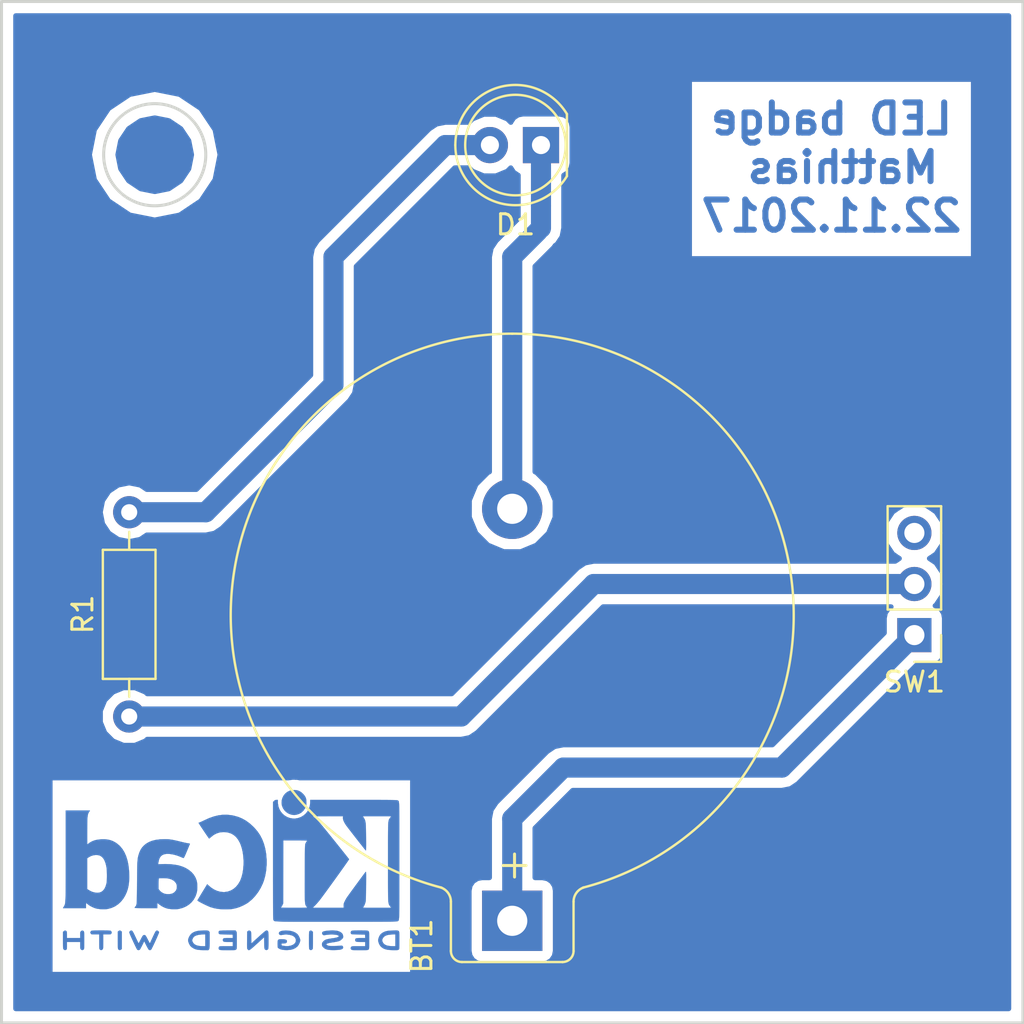
<source format=kicad_pcb>
(kicad_pcb (version 4) (host pcbnew 4.0.7+dfsg1-1~bpo9+1)

  (general
    (links 4)
    (no_connects 0)
    (area 157.404999 58.344999 208.355001 109.295001)
    (thickness 1.6)
    (drawings 6)
    (tracks 17)
    (zones 0)
    (modules 5)
    (nets 5)
  )

  (page A4)
  (title_block
    (title "LED Badge")
    (date 2017-11-22)
  )

  (layers
    (0 F.Cu signal hide)
    (31 B.Cu signal)
    (32 B.Adhes user hide)
    (33 F.Adhes user hide)
    (34 B.Paste user hide)
    (35 F.Paste user hide)
    (36 B.SilkS user hide)
    (37 F.SilkS user)
    (38 B.Mask user hide)
    (39 F.Mask user hide)
    (40 Dwgs.User user hide)
    (41 Cmts.User user hide)
    (42 Eco1.User user hide)
    (43 Eco2.User user hide)
    (44 Edge.Cuts user)
    (45 Margin user hide)
    (46 B.CrtYd user hide)
    (47 F.CrtYd user hide)
    (48 B.Fab user hide)
    (49 F.Fab user hide)
  )

  (setup
    (last_trace_width 0.25)
    (user_trace_width 0.25)
    (user_trace_width 1)
    (trace_clearance 0.25)
    (zone_clearance 0.508)
    (zone_45_only yes)
    (trace_min 0.25)
    (segment_width 0.2)
    (edge_width 0.15)
    (via_size 0.6)
    (via_drill 0.4)
    (via_min_size 0.4)
    (via_min_drill 0.3)
    (uvia_size 0.3)
    (uvia_drill 0.1)
    (uvias_allowed no)
    (uvia_min_size 0.2)
    (uvia_min_drill 0.1)
    (pcb_text_width 0.3)
    (pcb_text_size 1.5 1.5)
    (mod_edge_width 0.15)
    (mod_text_size 1 1)
    (mod_text_width 0.15)
    (pad_size 1.524 1.524)
    (pad_drill 0.762)
    (pad_to_mask_clearance 0.2)
    (aux_axis_origin 0 0)
    (visible_elements FFFFFF7F)
    (pcbplotparams
      (layerselection 0x01020_80000001)
      (usegerberextensions false)
      (excludeedgelayer true)
      (linewidth 0.100000)
      (plotframeref false)
      (viasonmask false)
      (mode 1)
      (useauxorigin false)
      (hpglpennumber 1)
      (hpglpenspeed 20)
      (hpglpendiameter 15)
      (hpglpenoverlay 2)
      (psnegative false)
      (psa4output false)
      (plotreference true)
      (plotvalue true)
      (plotinvisibletext false)
      (padsonsilk false)
      (subtractmaskfromsilk false)
      (outputformat 1)
      (mirror false)
      (drillshape 0)
      (scaleselection 1)
      (outputdirectory ""))
  )

  (net 0 "")
  (net 1 VCC)
  (net 2 GND)
  (net 3 "Net-(D1-Pad2)")
  (net 4 "Net-(R1-Pad1)")

  (net_class Default "Dies ist die voreingestellte Netzklasse."
    (clearance 0.25)
    (trace_width 0.25)
    (via_dia 0.6)
    (via_drill 0.4)
    (uvia_dia 0.3)
    (uvia_drill 0.1)
    (add_net GND)
    (add_net "Net-(D1-Pad2)")
    (add_net "Net-(R1-Pad1)")
    (add_net VCC)
  )

  (module Battery_Holders:Keystone_105_1x2430-CoinCell (layer F.Cu) (tedit 5787C363) (tstamp 5A0F54B6)
    (at 182.88 104.14 90)
    (descr http://www.keyelco.com/product-pdf.cfm?p=745)
    (tags "Keystone type 105 battery holder")
    (path /5A0A1E68)
    (fp_text reference BT1 (at -1.25 -4.5 90) (layer F.SilkS)
      (effects (font (size 1 1) (thickness 0.15)))
    )
    (fp_text value Battery_Cell (at 15 15 90) (layer F.Fab)
      (effects (font (size 1 1) (thickness 0.15)))
    )
    (fp_text user + (at 2.75 0 90) (layer F.SilkS)
      (effects (font (size 1.5 1.5) (thickness 0.15)))
    )
    (fp_arc (start 15.2 0) (end 1.65 3.52) (angle -165.5) (layer F.SilkS) (width 0.12))
    (fp_arc (start 15.2 0) (end 1.8 3.5) (angle -165.5) (layer F.Fab) (width 0.1))
    (fp_arc (start 15.2 0) (end 1.65 -3.52) (angle 165.5) (layer F.SilkS) (width 0.12))
    (fp_arc (start 15.2 0) (end 1.8 -3.5) (angle 165.5) (layer F.Fab) (width 0.1))
    (fp_arc (start 0.95 3.8) (end 0.95 3.05) (angle 70) (layer F.SilkS) (width 0.12))
    (fp_arc (start 0.95 3.8) (end 0.95 2.9) (angle 70) (layer F.Fab) (width 0.1))
    (fp_arc (start 0.95 -3.8) (end 0.95 -3.05) (angle -70) (layer F.SilkS) (width 0.12))
    (fp_arc (start 0.95 -3.8) (end 0.95 -2.9) (angle -70) (layer F.Fab) (width 0.1))
    (fp_line (start 0.95 -3.05) (end -1.5 -3.05) (layer F.SilkS) (width 0.12))
    (fp_line (start -1.5 3.05) (end 0.95 3.05) (layer F.SilkS) (width 0.12))
    (fp_arc (start -1.5 -2.5) (end -2.05 -2.5) (angle 90) (layer F.SilkS) (width 0.12))
    (fp_arc (start -1.5 2.5) (end -2.05 2.5) (angle -90) (layer F.SilkS) (width 0.12))
    (fp_line (start -2.05 -2.5) (end -2.05 2.5) (layer F.SilkS) (width 0.12))
    (fp_line (start 0.95 -2.9) (end -1.5 -2.9) (layer F.Fab) (width 0.1))
    (fp_line (start -1.5 2.9) (end 0.95 2.9) (layer F.Fab) (width 0.1))
    (fp_arc (start -1.5 2.5) (end -1.9 2.5) (angle -90) (layer F.Fab) (width 0.1))
    (fp_arc (start -1.5 -2.5) (end -2.3 -2.5) (angle 90) (layer F.CrtYd) (width 0.05))
    (fp_line (start -2.3 -2.5) (end -2.3 2.5) (layer F.CrtYd) (width 0.05))
    (fp_arc (start 0.95 3.8) (end 0.95 3.3) (angle 70) (layer F.CrtYd) (width 0.05))
    (fp_arc (start 15.2 0) (end 1.41 3.6) (angle -165.5) (layer F.CrtYd) (width 0.05))
    (fp_arc (start 15.2 0) (end 1.41 -3.6) (angle 165.5) (layer F.CrtYd) (width 0.05))
    (fp_arc (start 15.2 0) (end 2.75 1.3) (angle -180) (layer F.Fab) (width 0.1))
    (fp_arc (start 15.2 0) (end 9 1.3) (angle -170) (layer F.Fab) (width 0.1))
    (fp_arc (start 15.2 0) (end 13.3 1.3) (angle -150) (layer F.Fab) (width 0.1))
    (fp_arc (start 15.2 0) (end 13.3 -1.3) (angle 150) (layer F.Fab) (width 0.1))
    (fp_arc (start 15.2 0) (end 9 -1.3) (angle 170) (layer F.Fab) (width 0.1))
    (fp_arc (start 15.2 0) (end 2.75 -1.3) (angle 180) (layer F.Fab) (width 0.1))
    (fp_line (start 0.95 -3.3) (end -1.5 -3.3) (layer F.CrtYd) (width 0.05))
    (fp_line (start -1.5 3.3) (end 0.95 3.3) (layer F.CrtYd) (width 0.05))
    (fp_line (start -1.9 -2.5) (end -1.9 2.5) (layer F.Fab) (width 0.1))
    (fp_line (start 0 1.3) (end 16.2 1.3) (layer F.Fab) (width 0.1))
    (fp_line (start 16.2 -1.3) (end 0 -1.3) (layer F.Fab) (width 0.1))
    (fp_arc (start 0.95 -3.8) (end 0.95 -3.3) (angle -70) (layer F.CrtYd) (width 0.05))
    (fp_arc (start 16.2 0) (end 16.2 -1.3) (angle 180) (layer F.Fab) (width 0.1))
    (fp_line (start 0 -1.3) (end 0 1.3) (layer F.Fab) (width 0.1))
    (fp_arc (start -1.5 2.5) (end -2.3 2.5) (angle -90) (layer F.CrtYd) (width 0.05))
    (fp_arc (start -1.5 -2.5) (end -1.9 -2.5) (angle 90) (layer F.Fab) (width 0.1))
    (fp_line (start 24.4094 8.4963) (end 25.3746 9.398) (layer F.Fab) (width 0.1))
    (fp_line (start 24.384 -8.5471) (end 25.2992 -9.3988) (layer F.Fab) (width 0.1))
    (pad 2 thru_hole circle (at 20.49 0 90) (size 3 3) (drill 1.5) (layers *.Cu *.Mask)
      (net 2 GND))
    (pad 1 thru_hole rect (at 0 0 90) (size 3 3) (drill 1.5) (layers *.Cu *.Mask)
      (net 1 VCC))
    (model Battery_Holders.3dshapes/Keystone_105_1x2430-CoinCell.wrl
      (at (xyz 0.6 0 0))
      (scale (xyz 1 1 1))
      (rotate (xyz 0 0 180))
    )
  )

  (module LEDs:LED_D5.0mm (layer F.Cu) (tedit 5995936A) (tstamp 5A0F54BB)
    (at 184.31 65.56 180)
    (descr "LED, diameter 5.0mm, 2 pins, http://cdn-reichelt.de/documents/datenblatt/A500/LL-504BC2E-009.pdf")
    (tags "LED diameter 5.0mm 2 pins")
    (path /5A09DB5C)
    (fp_text reference D1 (at 1.27 -3.96 180) (layer F.SilkS)
      (effects (font (size 1 1) (thickness 0.15)))
    )
    (fp_text value LED (at 1.27 3.96 180) (layer F.Fab)
      (effects (font (size 1 1) (thickness 0.15)))
    )
    (fp_arc (start 1.27 0) (end -1.23 -1.469694) (angle 299.1) (layer F.Fab) (width 0.1))
    (fp_arc (start 1.27 0) (end -1.29 -1.54483) (angle 148.9) (layer F.SilkS) (width 0.12))
    (fp_arc (start 1.27 0) (end -1.29 1.54483) (angle -148.9) (layer F.SilkS) (width 0.12))
    (fp_circle (center 1.27 0) (end 3.77 0) (layer F.Fab) (width 0.1))
    (fp_circle (center 1.27 0) (end 3.77 0) (layer F.SilkS) (width 0.12))
    (fp_line (start -1.23 -1.469694) (end -1.23 1.469694) (layer F.Fab) (width 0.1))
    (fp_line (start -1.29 -1.545) (end -1.29 1.545) (layer F.SilkS) (width 0.12))
    (fp_line (start -1.95 -3.25) (end -1.95 3.25) (layer F.CrtYd) (width 0.05))
    (fp_line (start -1.95 3.25) (end 4.5 3.25) (layer F.CrtYd) (width 0.05))
    (fp_line (start 4.5 3.25) (end 4.5 -3.25) (layer F.CrtYd) (width 0.05))
    (fp_line (start 4.5 -3.25) (end -1.95 -3.25) (layer F.CrtYd) (width 0.05))
    (fp_text user %R (at 1.25 0 180) (layer F.Fab)
      (effects (font (size 0.8 0.8) (thickness 0.2)))
    )
    (pad 1 thru_hole rect (at 0 0 180) (size 1.8 1.8) (drill 0.9) (layers *.Cu *.Mask)
      (net 2 GND))
    (pad 2 thru_hole circle (at 2.54 0 180) (size 1.8 1.8) (drill 0.9) (layers *.Cu *.Mask)
      (net 3 "Net-(D1-Pad2)"))
    (model ${KISYS3DMOD}/LEDs.3dshapes/LED_D5.0mm.wrl
      (at (xyz 0 0 0))
      (scale (xyz 0.393701 0.393701 0.393701))
      (rotate (xyz 0 0 0))
    )
  )

  (module Resistors_THT:R_Axial_DIN0207_L6.3mm_D2.5mm_P10.16mm_Horizontal (layer F.Cu) (tedit 5874F706) (tstamp 5A0F54C0)
    (at 163.83 93.98 90)
    (descr "Resistor, Axial_DIN0207 series, Axial, Horizontal, pin pitch=10.16mm, 0.25W = 1/4W, length*diameter=6.3*2.5mm^2, http://cdn-reichelt.de/documents/datenblatt/B400/1_4W%23YAG.pdf")
    (tags "Resistor Axial_DIN0207 series Axial Horizontal pin pitch 10.16mm 0.25W = 1/4W length 6.3mm diameter 2.5mm")
    (path /5A09DC6C)
    (fp_text reference R1 (at 5.08 -2.31 90) (layer F.SilkS)
      (effects (font (size 1 1) (thickness 0.15)))
    )
    (fp_text value R (at 5.08 2.31 90) (layer F.Fab)
      (effects (font (size 1 1) (thickness 0.15)))
    )
    (fp_line (start 1.93 -1.25) (end 1.93 1.25) (layer F.Fab) (width 0.1))
    (fp_line (start 1.93 1.25) (end 8.23 1.25) (layer F.Fab) (width 0.1))
    (fp_line (start 8.23 1.25) (end 8.23 -1.25) (layer F.Fab) (width 0.1))
    (fp_line (start 8.23 -1.25) (end 1.93 -1.25) (layer F.Fab) (width 0.1))
    (fp_line (start 0 0) (end 1.93 0) (layer F.Fab) (width 0.1))
    (fp_line (start 10.16 0) (end 8.23 0) (layer F.Fab) (width 0.1))
    (fp_line (start 1.87 -1.31) (end 1.87 1.31) (layer F.SilkS) (width 0.12))
    (fp_line (start 1.87 1.31) (end 8.29 1.31) (layer F.SilkS) (width 0.12))
    (fp_line (start 8.29 1.31) (end 8.29 -1.31) (layer F.SilkS) (width 0.12))
    (fp_line (start 8.29 -1.31) (end 1.87 -1.31) (layer F.SilkS) (width 0.12))
    (fp_line (start 0.98 0) (end 1.87 0) (layer F.SilkS) (width 0.12))
    (fp_line (start 9.18 0) (end 8.29 0) (layer F.SilkS) (width 0.12))
    (fp_line (start -1.05 -1.6) (end -1.05 1.6) (layer F.CrtYd) (width 0.05))
    (fp_line (start -1.05 1.6) (end 11.25 1.6) (layer F.CrtYd) (width 0.05))
    (fp_line (start 11.25 1.6) (end 11.25 -1.6) (layer F.CrtYd) (width 0.05))
    (fp_line (start 11.25 -1.6) (end -1.05 -1.6) (layer F.CrtYd) (width 0.05))
    (pad 1 thru_hole circle (at 0 0 90) (size 1.6 1.6) (drill 0.8) (layers *.Cu *.Mask)
      (net 4 "Net-(R1-Pad1)"))
    (pad 2 thru_hole oval (at 10.16 0 90) (size 1.6 1.6) (drill 0.8) (layers *.Cu *.Mask)
      (net 3 "Net-(D1-Pad2)"))
    (model ${KISYS3DMOD}/Resistors_THT.3dshapes/R_Axial_DIN0207_L6.3mm_D2.5mm_P10.16mm_Horizontal.wrl
      (at (xyz 0 0 0))
      (scale (xyz 0.393701 0.393701 0.393701))
      (rotate (xyz 0 0 0))
    )
  )

  (module Pin_Headers:Pin_Header_Straight_1x03_Pitch2.54mm (layer F.Cu) (tedit 59650532) (tstamp 5A14A2C4)
    (at 202.88 89.93 180)
    (descr "Through hole straight pin header, 1x03, 2.54mm pitch, single row")
    (tags "Through hole pin header THT 1x03 2.54mm single row")
    (path /5A09DDCC)
    (fp_text reference SW1 (at 0 -2.33 180) (layer F.SilkS)
      (effects (font (size 1 1) (thickness 0.15)))
    )
    (fp_text value SW_SPST (at 0 7.41 180) (layer F.Fab)
      (effects (font (size 1 1) (thickness 0.15)))
    )
    (fp_line (start -0.635 -1.27) (end 1.27 -1.27) (layer F.Fab) (width 0.1))
    (fp_line (start 1.27 -1.27) (end 1.27 6.35) (layer F.Fab) (width 0.1))
    (fp_line (start 1.27 6.35) (end -1.27 6.35) (layer F.Fab) (width 0.1))
    (fp_line (start -1.27 6.35) (end -1.27 -0.635) (layer F.Fab) (width 0.1))
    (fp_line (start -1.27 -0.635) (end -0.635 -1.27) (layer F.Fab) (width 0.1))
    (fp_line (start -1.33 6.41) (end 1.33 6.41) (layer F.SilkS) (width 0.12))
    (fp_line (start -1.33 1.27) (end -1.33 6.41) (layer F.SilkS) (width 0.12))
    (fp_line (start 1.33 1.27) (end 1.33 6.41) (layer F.SilkS) (width 0.12))
    (fp_line (start -1.33 1.27) (end 1.33 1.27) (layer F.SilkS) (width 0.12))
    (fp_line (start -1.33 0) (end -1.33 -1.33) (layer F.SilkS) (width 0.12))
    (fp_line (start -1.33 -1.33) (end 0 -1.33) (layer F.SilkS) (width 0.12))
    (fp_line (start -1.8 -1.8) (end -1.8 6.85) (layer F.CrtYd) (width 0.05))
    (fp_line (start -1.8 6.85) (end 1.8 6.85) (layer F.CrtYd) (width 0.05))
    (fp_line (start 1.8 6.85) (end 1.8 -1.8) (layer F.CrtYd) (width 0.05))
    (fp_line (start 1.8 -1.8) (end -1.8 -1.8) (layer F.CrtYd) (width 0.05))
    (fp_text user %R (at 0 2.54 270) (layer F.Fab)
      (effects (font (size 1 1) (thickness 0.15)))
    )
    (pad 1 thru_hole rect (at 0 0 180) (size 1.7 1.7) (drill 1) (layers *.Cu *.Mask)
      (net 1 VCC))
    (pad 2 thru_hole oval (at 0 2.54 180) (size 1.7 1.7) (drill 1) (layers *.Cu *.Mask)
      (net 4 "Net-(R1-Pad1)"))
    (pad 3 thru_hole oval (at 0 5.08 180) (size 1.7 1.7) (drill 1) (layers *.Cu *.Mask))
    (model ${KISYS3DMOD}/Pin_Headers.3dshapes/Pin_Header_Straight_1x03_Pitch2.54mm.wrl
      (at (xyz 0 0 0))
      (scale (xyz 1 1 1))
      (rotate (xyz 0 0 0))
    )
  )

  (module kicad_logo_copper:KiCad-Logo2_8mm_SilkScreen (layer B.Cu) (tedit 5A14BA65) (tstamp 5A14C3A6)
    (at 168.91 101.6 180)
    (descr "KiCad Logo")
    (tags "Logo KiCad")
    (attr virtual)
    (fp_text reference kicadlogo (at 0 0 180) (layer B.Cu) hide
      (effects (font (size 1 1) (thickness 0.15)) (justify mirror))
    )
    (fp_text value KiCad-Logo2_8mm_SilkScreen (at 0.75 0 180) (layer B.Fab) hide
      (effects (font (size 1 1) (thickness 0.15)) (justify mirror))
    )
    (fp_poly (pts (xy -8.149754 -3.020945) (xy -8.097189 -3.02148) (xy -7.943165 -3.025196) (xy -7.814171 -3.036235)
      (xy -7.705809 -3.055782) (xy -7.613684 -3.085019) (xy -7.533399 -3.125133) (xy -7.460558 -3.177305)
      (xy -7.434541 -3.199969) (xy -7.391383 -3.252998) (xy -7.352467 -3.324957) (xy -7.322473 -3.40472)
      (xy -7.306081 -3.481161) (xy -7.304378 -3.509408) (xy -7.315051 -3.58771) (xy -7.343653 -3.673241)
      (xy -7.385057 -3.754199) (xy -7.434141 -3.818782) (xy -7.442113 -3.826574) (xy -7.509646 -3.881344)
      (xy -7.583598 -3.924099) (xy -7.668234 -3.955959) (xy -7.767817 -3.978044) (xy -7.886612 -3.991474)
      (xy -8.02888 -3.99737) (xy -8.094046 -3.99787) (xy -8.176901 -3.997471) (xy -8.235169 -3.995802)
      (xy -8.274316 -3.992158) (xy -8.299809 -3.985829) (xy -8.317114 -3.97611) (xy -8.32639 -3.96781)
      (xy -8.335152 -3.957728) (xy -8.342025 -3.944721) (xy -8.347238 -3.925305) (xy -8.351019 -3.895996)
      (xy -8.353597 -3.853309) (xy -8.3552 -3.793761) (xy -8.356057 -3.713866) (xy -8.356397 -3.610141)
      (xy -8.356449 -3.509408) (xy -8.35678 -3.375055) (xy -8.356708 -3.267728) (xy -8.35543 -3.216331)
      (xy -8.161065 -3.216331) (xy -8.161065 -3.802485) (xy -8.037071 -3.802371) (xy -7.962461 -3.800232)
      (xy -7.884318 -3.794719) (xy -7.81912 -3.787008) (xy -7.817136 -3.786691) (xy -7.711763 -3.761214)
      (xy -7.630032 -3.721536) (xy -7.567862 -3.665074) (xy -7.52836 -3.603942) (xy -7.50402 -3.536129)
      (xy -7.505907 -3.472455) (xy -7.534155 -3.404201) (xy -7.589408 -3.333592) (xy -7.665973 -3.281271)
      (xy -7.765495 -3.246299) (xy -7.832007 -3.233922) (xy -7.907507 -3.22523) (xy -7.987525 -3.21894)
      (xy -8.055584 -3.216324) (xy -8.059615 -3.216312) (xy -8.161065 -3.216331) (xy -8.35543 -3.216331)
      (xy -8.354636 -3.184417) (xy -8.348961 -3.122115) (xy -8.338087 -3.077811) (xy -8.320414 -3.048496)
      (xy -8.294343 -3.031161) (xy -8.258275 -3.022797) (xy -8.210612 -3.020395) (xy -8.149754 -3.020945)) (layer B.Cu) (width 0.01))
    (fp_poly (pts (xy -6.27443 -3.021052) (xy -6.182022 -3.021548) (xy -6.112273 -3.022701) (xy -6.061483 -3.02478)
      (xy -6.025951 -3.028051) (xy -6.001978 -3.032783) (xy -5.985864 -3.039243) (xy -5.973909 -3.047699)
      (xy -5.969579 -3.051591) (xy -5.943251 -3.09294) (xy -5.938511 -3.140452) (xy -5.95583 -3.182631)
      (xy -5.963839 -3.191156) (xy -5.976792 -3.199421) (xy -5.997648 -3.205797) (xy -6.030276 -3.210595)
      (xy -6.078542 -3.214124) (xy -6.146314 -3.216694) (xy -6.23746 -3.218617) (xy -6.320791 -3.219787)
      (xy -6.650592 -3.223846) (xy -6.659606 -3.396686) (xy -6.435742 -3.396686) (xy -6.338554 -3.397525)
      (xy -6.267403 -3.401032) (xy -6.218291 -3.408695) (xy -6.187217 -3.422003) (xy -6.170184 -3.442441)
      (xy -6.163192 -3.471499) (xy -6.16213 -3.498467) (xy -6.16543 -3.531557) (xy -6.177883 -3.55594)
      (xy -6.20332 -3.572889) (xy -6.245571 -3.583679) (xy -6.308466 -3.589584) (xy -6.395835 -3.591877)
      (xy -6.443521 -3.592071) (xy -6.658106 -3.592071) (xy -6.658106 -3.802485) (xy -6.327455 -3.802485)
      (xy -6.21907 -3.802636) (xy -6.136697 -3.803314) (xy -6.076289 -3.804856) (xy -6.033799 -3.807599)
      (xy -6.005181 -3.811881) (xy -5.986388 -3.818039) (xy -5.973374 -3.826409) (xy -5.966745 -3.832544)
      (xy -5.944007 -3.868349) (xy -5.936686 -3.900177) (xy -5.947139 -3.939054) (xy -5.966745 -3.96781)
      (xy -5.977205 -3.976863) (xy -5.990708 -3.983893) (xy -6.010886 -3.989154) (xy -6.041371 -3.992901)
      (xy -6.085795 -3.99539) (xy -6.147791 -3.996875) (xy -6.230991 -3.997611) (xy -6.339027 -3.997854)
      (xy -6.395089 -3.99787) (xy -6.515144 -3.997763) (xy -6.608774 -3.997275) (xy -6.679609 -3.996149)
      (xy -6.731281 -3.994131) (xy -6.767423 -3.990966) (xy -6.791668 -3.986399) (xy -6.807647 -3.980176)
      (xy -6.818993 -3.97204) (xy -6.823432 -3.96781) (xy -6.832217 -3.957696) (xy -6.839104 -3.944648)
      (xy -6.844321 -3.92517) (xy -6.848099 -3.895764) (xy -6.85067 -3.852934) (xy -6.852264 -3.793184)
      (xy -6.853111 -3.713017) (xy -6.853442 -3.608937) (xy -6.853491 -3.512028) (xy -6.853446 -3.387923)
      (xy -6.853134 -3.290366) (xy -6.852288 -3.215846) (xy -6.850642 -3.160851) (xy -6.847929 -3.12187)
      (xy -6.843883 -3.095393) (xy -6.838237 -3.077906) (xy -6.830726 -3.0659) (xy -6.821082 -3.055863)
      (xy -6.818706 -3.053626) (xy -6.807175 -3.043719) (xy -6.793778 -3.036048) (xy -6.774796 -3.030326)
      (xy -6.746515 -3.026268) (xy -6.705218 -3.023588) (xy -6.647188 -3.022002) (xy -6.568709 -3.021224)
      (xy -6.466066 -3.020968) (xy -6.393196 -3.020946) (xy -6.27443 -3.021052)) (layer B.Cu) (width 0.01))
    (fp_poly (pts (xy -4.914988 -3.022657) (xy -4.815383 -3.02962) (xy -4.722744 -3.040495) (xy -4.642458 -3.054874)
      (xy -4.579908 -3.072346) (xy -4.540481 -3.092502) (xy -4.534429 -3.098435) (xy -4.513384 -3.144475)
      (xy -4.519766 -3.19174) (xy -4.552407 -3.232178) (xy -4.553964 -3.233337) (xy -4.573163 -3.245797)
      (xy -4.593205 -3.252349) (xy -4.62116 -3.253144) (xy -4.664099 -3.248336) (xy -4.729091 -3.238075)
      (xy -4.734319 -3.237211) (xy -4.831161 -3.225314) (xy -4.935644 -3.219445) (xy -5.040435 -3.219388)
      (xy -5.138202 -3.224927) (xy -5.221612 -3.235845) (xy -5.283333 -3.251925) (xy -5.287388 -3.253541)
      (xy -5.332164 -3.278629) (xy -5.347896 -3.304018) (xy -5.33558 -3.328987) (xy -5.296215 -3.352816)
      (xy -5.230798 -3.374782) (xy -5.140326 -3.394166) (xy -5.08 -3.403498) (xy -4.9546 -3.421449)
      (xy -4.854865 -3.437859) (xy -4.776546 -3.454148) (xy -4.715393 -3.471738) (xy -4.667159 -3.492049)
      (xy -4.627595 -3.516503) (xy -4.592452 -3.54652) (xy -4.564211 -3.575996) (xy -4.530708 -3.617067)
      (xy -4.514219 -3.652382) (xy -4.509063 -3.695893) (xy -4.508876 -3.711828) (xy -4.512748 -3.764705)
      (xy -4.528227 -3.804043) (xy -4.555015 -3.83896) (xy -4.609459 -3.892334) (xy -4.67017 -3.933038)
      (xy -4.741658 -3.9624) (xy -4.828436 -3.981747) (xy -4.935014 -3.992406) (xy -5.065903 -3.995705)
      (xy -5.087515 -3.995649) (xy -5.174798 -3.99384) (xy -5.261359 -3.989729) (xy -5.337762 -3.983906)
      (xy -5.39457 -3.976961) (xy -5.399164 -3.976164) (xy -5.455645 -3.962784) (xy -5.503552 -3.945882)
      (xy -5.530673 -3.930431) (xy -5.555911 -3.889666) (xy -5.557669 -3.842198) (xy -5.535912 -3.799895)
      (xy -5.531044 -3.795112) (xy -5.510922 -3.780899) (xy -5.485758 -3.774776) (xy -5.446813 -3.775818)
      (xy -5.399535 -3.781234) (xy -5.346705 -3.786073) (xy -5.272648 -3.790155) (xy -5.186191 -3.793118)
      (xy -5.096163 -3.794597) (xy -5.072485 -3.794694) (xy -4.982122 -3.79433) (xy -4.915989 -3.792576)
      (xy -4.868267 -3.788823) (xy -4.833138 -3.782463) (xy -4.804782 -3.772887) (xy -4.787741 -3.764911)
      (xy -4.750296 -3.742765) (xy -4.726421 -3.722708) (xy -4.722932 -3.717023) (xy -4.730293 -3.693545)
      (xy -4.765287 -3.670817) (xy -4.825488 -3.64987) (xy -4.908471 -3.631736) (xy -4.93292 -3.627697)
      (xy -5.060622 -3.607639) (xy -5.16254 -3.590874) (xy -5.242606 -3.576183) (xy -5.304754 -3.562348)
      (xy -5.352918 -3.548151) (xy -5.391032 -3.532373) (xy -5.42303 -3.513796) (xy -5.452844 -3.491202)
      (xy -5.48441 -3.463373) (xy -5.495032 -3.453616) (xy -5.532273 -3.417202) (xy -5.551987 -3.388352)
      (xy -5.559699 -3.355338) (xy -5.560947 -3.313735) (xy -5.547215 -3.232151) (xy -5.506178 -3.162834)
      (xy -5.43807 -3.106008) (xy -5.343127 -3.061897) (xy -5.275384 -3.042112) (xy -5.201759 -3.029333)
      (xy -5.113561 -3.022104) (xy -5.016176 -3.020015) (xy -4.914988 -3.022657)) (layer B.Cu) (width 0.01))
    (fp_poly (pts (xy -3.892663 -3.051006) (xy -3.883901 -3.061088) (xy -3.877028 -3.074095) (xy -3.871815 -3.093511)
      (xy -3.868034 -3.12282) (xy -3.865456 -3.165507) (xy -3.863853 -3.225055) (xy -3.862995 -3.30495)
      (xy -3.862656 -3.408676) (xy -3.862603 -3.509408) (xy -3.862696 -3.634352) (xy -3.863127 -3.732721)
      (xy -3.864123 -3.808001) (xy -3.865915 -3.863674) (xy -3.868729 -3.903226) (xy -3.872796 -3.930141)
      (xy -3.878342 -3.947903) (xy -3.885597 -3.959997) (xy -3.892663 -3.96781) (xy -3.936602 -3.994012)
      (xy -3.98342 -3.991661) (xy -4.025309 -3.963084) (xy -4.034934 -3.951927) (xy -4.042455 -3.938983)
      (xy -4.048134 -3.920672) (xy -4.052227 -3.893418) (xy -4.054995 -3.85364) (xy -4.056696 -3.797762)
      (xy -4.057589 -3.722204) (xy -4.057933 -3.623388) (xy -4.057988 -3.511514) (xy -4.057988 -3.094728)
      (xy -4.021097 -3.057837) (xy -3.975625 -3.0268) (xy -3.931516 -3.025681) (xy -3.892663 -3.051006)) (layer B.Cu) (width 0.01))
    (fp_poly (pts (xy -2.596262 -3.028312) (xy -2.505041 -3.043618) (xy -2.434982 -3.067411) (xy -2.389404 -3.09874)
      (xy -2.376984 -3.116614) (xy -2.364354 -3.158185) (xy -2.372853 -3.195792) (xy -2.399685 -3.231455)
      (xy -2.441376 -3.248139) (xy -2.50187 -3.246784) (xy -2.548659 -3.237745) (xy -2.652628 -3.220523)
      (xy -2.75888 -3.218887) (xy -2.877809 -3.232865) (xy -2.91066 -3.238788) (xy -3.021245 -3.269967)
      (xy -3.107759 -3.316346) (xy -3.169253 -3.377135) (xy -3.204778 -3.451544) (xy -3.212125 -3.490014)
      (xy -3.207316 -3.568063) (xy -3.176266 -3.637117) (xy -3.121806 -3.695829) (xy -3.046764 -3.742853)
      (xy -2.95397 -3.776843) (xy -2.846252 -3.796454) (xy -2.726441 -3.800341) (xy -2.597365 -3.787156)
      (xy -2.590077 -3.785912) (xy -2.538738 -3.77635) (xy -2.510272 -3.767114) (xy -2.497934 -3.753409)
      (xy -2.494978 -3.730442) (xy -2.494911 -3.718279) (xy -2.494911 -3.667219) (xy -2.586077 -3.667219)
      (xy -2.666582 -3.661704) (xy -2.721521 -3.64413) (xy -2.753486 -3.612953) (xy -2.765072 -3.56663)
      (xy -2.765213 -3.560584) (xy -2.758435 -3.520989) (xy -2.735191 -3.492717) (xy -2.69193 -3.474007)
      (xy -2.625101 -3.4631) (xy -2.56037 -3.45909) (xy -2.466287 -3.456789) (xy -2.398044 -3.4603)
      (xy -2.351501 -3.473255) (xy -2.322518 -3.499286) (xy -2.306955 -3.542027) (xy -2.300671 -3.60511)
      (xy -2.299526 -3.687964) (xy -2.301402 -3.780446) (xy -2.307046 -3.843354) (xy -2.316482 -3.876939)
      (xy -2.318313 -3.879569) (xy -2.370125 -3.921534) (xy -2.44609 -3.954768) (xy -2.541392 -3.978559)
      (xy -2.651216 -3.992199) (xy -2.770746 -3.994978) (xy -2.895166 -3.986185) (xy -2.968343 -3.975385)
      (xy -3.08312 -3.942898) (xy -3.189796 -3.889786) (xy -3.279111 -3.820855) (xy -3.292686 -3.807078)
      (xy -3.336792 -3.749158) (xy -3.376589 -3.677376) (xy -3.407427 -3.602119) (xy -3.424657 -3.533777)
      (xy -3.426734 -3.507529) (xy -3.417893 -3.452777) (xy -3.394395 -3.384655) (xy -3.360749 -3.31295)
      (xy -3.321464 -3.247449) (xy -3.286755 -3.203698) (xy -3.205603 -3.138619) (xy -3.100698 -3.086821)
      (xy -2.9758 -3.049474) (xy -2.834667 -3.027753) (xy -2.705325 -3.022445) (xy -2.596262 -3.028312)) (layer B.Cu) (width 0.01))
    (fp_poly (pts (xy -1.73092 -3.02678) (xy -1.699545 -3.045185) (xy -1.658522 -3.075285) (xy -1.605724 -3.118496)
      (xy -1.539025 -3.176238) (xy -1.456299 -3.249928) (xy -1.35542 -3.340984) (xy -1.239941 -3.445674)
      (xy -0.999467 -3.663743) (xy -0.991952 -3.371044) (xy -0.989239 -3.27029) (xy -0.986622 -3.195258)
      (xy -0.98352 -3.14162) (xy -0.979356 -3.105046) (xy -0.973551 -3.081207) (xy -0.965524 -3.065774)
      (xy -0.954697 -3.054418) (xy -0.948956 -3.049646) (xy -0.902983 -3.024413) (xy -0.859237 -3.028102)
      (xy -0.824535 -3.049659) (xy -0.789053 -3.078371) (xy -0.78464 -3.497686) (xy -0.783419 -3.621007)
      (xy -0.782797 -3.717884) (xy -0.78299 -3.79193) (xy -0.784214 -3.846757) (xy -0.786684 -3.885979)
      (xy -0.790614 -3.913209) (xy -0.79622 -3.932059) (xy -0.803718 -3.946141) (xy -0.812033 -3.957435)
      (xy -0.830022 -3.978382) (xy -0.847921 -3.992267) (xy -0.868212 -3.997596) (xy -0.893378 -3.992876)
      (xy -0.9259 -3.976613) (xy -0.968263 -3.947313) (xy -1.022948 -3.903482) (xy -1.092437 -3.843627)
      (xy -1.179215 -3.766254) (xy -1.277515 -3.67735) (xy -1.63071 -3.356971) (xy -1.638225 -3.648713)
      (xy -1.640943 -3.749283) (xy -1.643567 -3.82414) (xy -1.646679 -3.87762) (xy -1.650862 -3.914062)
      (xy -1.656697 -3.937804) (xy -1.664766 -3.953182) (xy -1.675651 -3.964536) (xy -1.681221 -3.969162)
      (xy -1.730456 -3.994578) (xy -1.776977 -3.990745) (xy -1.817489 -3.958269) (xy -1.826756 -3.945203)
      (xy -1.833979 -3.929945) (xy -1.839412 -3.908832) (xy -1.843308 -3.878205) (xy -1.845921 -3.834402)
      (xy -1.847507 -3.773763) (xy -1.848318 -3.692627) (xy -1.848608 -3.587333) (xy -1.848639 -3.509408)
      (xy -1.848541 -3.387524) (xy -1.848079 -3.292039) (xy -1.846997 -3.219291) (xy -1.845043 -3.165619)
      (xy -1.841962 -3.127363) (xy -1.8375 -3.100863) (xy -1.831403 -3.082456) (xy -1.823417 -3.068484)
      (xy -1.817489 -3.060547) (xy -1.802462 -3.041748) (xy -1.788418 -3.027553) (xy -1.77323 -3.019382)
      (xy -1.754773 -3.018652) (xy -1.73092 -3.02678)) (layer B.Cu) (width 0.01))
    (fp_poly (pts (xy 0.30667 -3.021203) (xy 0.408331 -3.02242) (xy 0.486236 -3.025266) (xy 0.543535 -3.03041)
      (xy 0.583381 -3.03852) (xy 0.608922 -3.050267) (xy 0.623311 -3.066318) (xy 0.629699 -3.087344)
      (xy 0.631235 -3.114012) (xy 0.631243 -3.117162) (xy 0.629909 -3.147326) (xy 0.623605 -3.170639)
      (xy 0.608876 -3.188042) (xy 0.582269 -3.200476) (xy 0.540328 -3.208881) (xy 0.4796 -3.214201)
      (xy 0.39663 -3.217375) (xy 0.287965 -3.219345) (xy 0.254659 -3.219781) (xy -0.067633 -3.223846)
      (xy -0.07214 -3.310266) (xy -0.076648 -3.396686) (xy 0.147217 -3.396686) (xy 0.234675 -3.397009)
      (xy 0.297123 -3.398373) (xy 0.339608 -3.401375) (xy 0.367177 -3.406609) (xy 0.384876 -3.414671)
      (xy 0.397751 -3.426156) (xy 0.397834 -3.426247) (xy 0.421184 -3.471007) (xy 0.42034 -3.519383)
      (xy 0.395833 -3.560622) (xy 0.390983 -3.564861) (xy 0.373769 -3.575785) (xy 0.35018 -3.583385)
      (xy 0.314961 -3.588233) (xy 0.262854 -3.590902) (xy 0.188604 -3.591964) (xy 0.141116 -3.592071)
      (xy -0.075148 -3.592071) (xy -0.075148 -3.802485) (xy 0.253174 -3.802485) (xy 0.361572 -3.802675)
      (xy 0.443889 -3.80345) (xy 0.504103 -3.80512) (xy 0.546189 -3.807994) (xy 0.574125 -3.812383)
      (xy 0.591888 -3.818595) (xy 0.603454 -3.82694) (xy 0.606369 -3.82997) (xy 0.62789 -3.87197)
      (xy 0.629464 -3.91975) (xy 0.611809 -3.961178) (xy 0.597839 -3.974473) (xy 0.583308 -3.981792)
      (xy 0.560792 -3.987455) (xy 0.52673 -3.991659) (xy 0.477561 -3.994604) (xy 0.409722 -3.996487)
      (xy 0.319652 -3.997506) (xy 0.203791 -3.997861) (xy 0.177597 -3.99787) (xy 0.059793 -3.997792)
      (xy -0.03165 -3.997367) (xy -0.100432 -3.996302) (xy -0.15025 -3.994305) (xy -0.184806 -3.991086)
      (xy -0.207796 -3.986352) (xy -0.22292 -3.979813) (xy -0.233877 -3.971177) (xy -0.239888 -3.964976)
      (xy -0.248936 -3.953993) (xy -0.256004 -3.940388) (xy -0.261337 -3.920592) (xy -0.265178 -3.891038)
      (xy -0.267771 -3.848157) (xy -0.269359 -3.788381) (xy -0.270185 -3.708143) (xy -0.270494 -3.603875)
      (xy -0.270532 -3.516116) (xy -0.270438 -3.393144) (xy -0.269989 -3.296605) (xy -0.268938 -3.222875)
      (xy -0.267036 -3.168326) (xy -0.264037 -3.129335) (xy -0.259691 -3.102275) (xy -0.253752 -3.08352)
      (xy -0.245971 -3.069446) (xy -0.239382 -3.060547) (xy -0.208232 -3.020946) (xy 0.178102 -3.020946)
      (xy 0.30667 -3.021203)) (layer B.Cu) (width 0.01))
    (fp_poly (pts (xy 1.355737 -3.021223) (xy 1.527455 -3.027029) (xy 1.673509 -3.044637) (xy 1.796307 -3.075099)
      (xy 1.898257 -3.119471) (xy 1.981768 -3.178807) (xy 2.049247 -3.25416) (xy 2.103103 -3.346586)
      (xy 2.104162 -3.34884) (xy 2.136303 -3.43156) (xy 2.147755 -3.50482) (xy 2.138474 -3.578548)
      (xy 2.108415 -3.662671) (xy 2.102715 -3.675473) (xy 2.063839 -3.750398) (xy 2.020149 -3.808293)
      (xy 1.96376 -3.857508) (xy 1.886792 -3.906393) (xy 1.88232 -3.908945) (xy 1.815317 -3.941131)
      (xy 1.739585 -3.965168) (xy 1.650258 -3.981887) (xy 1.542469 -3.992115) (xy 1.411352 -3.996682)
      (xy 1.365026 -3.997079) (xy 1.14443 -3.99787) (xy 1.11328 -3.958269) (xy 1.10404 -3.945247)
      (xy 1.096832 -3.93004) (xy 1.091404 -3.909002) (xy 1.087505 -3.878486) (xy 1.084883 -3.834847)
      (xy 1.084028 -3.802485) (xy 1.292545 -3.802485) (xy 1.417536 -3.802485) (xy 1.490677 -3.800346)
      (xy 1.565761 -3.794717) (xy 1.627384 -3.786779) (xy 1.631103 -3.786111) (xy 1.740553 -3.756748)
      (xy 1.825448 -3.712633) (xy 1.888472 -3.651719) (xy 1.932314 -3.57196) (xy 1.939937 -3.55082)
      (xy 1.94741 -3.517898) (xy 1.944175 -3.485372) (xy 1.928433 -3.4421) (xy 1.918944 -3.420843)
      (xy 1.887871 -3.364356) (xy 1.850433 -3.324727) (xy 1.809241 -3.29713) (xy 1.72673 -3.261218)
      (xy 1.621133 -3.235204) (xy 1.498118 -3.220224) (xy 1.409024 -3.216928) (xy 1.292545 -3.216331)
      (xy 1.292545 -3.802485) (xy 1.084028 -3.802485) (xy 1.083286 -3.774436) (xy 1.082464 -3.693608)
      (xy 1.082164 -3.588717) (xy 1.08213 -3.506698) (xy 1.08213 -3.094728) (xy 1.119021 -3.057837)
      (xy 1.135394 -3.042884) (xy 1.153097 -3.032644) (xy 1.177819 -3.026237) (xy 1.215248 -3.022783)
      (xy 1.271073 -3.021403) (xy 1.350982 -3.021217) (xy 1.355737 -3.021223)) (layer B.Cu) (width 0.01))
    (fp_poly (pts (xy 4.985501 -3.023566) (xy 5.011582 -3.032886) (xy 5.012588 -3.033342) (xy 5.048006 -3.06037)
      (xy 5.06752 -3.088172) (xy 5.071338 -3.101208) (xy 5.071149 -3.118528) (xy 5.065776 -3.143203)
      (xy 5.054042 -3.1783) (xy 5.034767 -3.226889) (xy 5.006776 -3.292038) (xy 4.96889 -3.376817)
      (xy 4.919932 -3.484295) (xy 4.892985 -3.543039) (xy 4.844324 -3.647909) (xy 4.798644 -3.74435)
      (xy 4.757688 -3.828834) (xy 4.7232 -3.897836) (xy 4.696923 -3.94783) (xy 4.6806 -3.97529)
      (xy 4.67737 -3.979083) (xy 4.636043 -3.995816) (xy 4.589363 -3.993575) (xy 4.551924 -3.973223)
      (xy 4.550398 -3.971568) (xy 4.535505 -3.949022) (xy 4.510523 -3.905107) (xy 4.478533 -3.845476)
      (xy 4.442614 -3.775782) (xy 4.429706 -3.750099) (xy 4.332268 -3.554933) (xy 4.22606 -3.766943)
      (xy 4.188151 -3.840197) (xy 4.152981 -3.903726) (xy 4.123422 -3.952667) (xy 4.102348 -3.982158)
      (xy 4.095206 -3.988412) (xy 4.039692 -3.996881) (xy 3.993883 -3.979083) (xy 3.980408 -3.960061)
      (xy 3.95709 -3.917785) (xy 3.925831 -3.856416) (xy 3.888534 -3.780112) (xy 3.8471 -3.693035)
      (xy 3.803432 -3.599343) (xy 3.759432 -3.503197) (xy 3.717002 -3.408757) (xy 3.678044 -3.320181)
      (xy 3.644461 -3.241632) (xy 3.618155 -3.177267) (xy 3.601028 -3.131247) (xy 3.594983 -3.107733)
      (xy 3.595045 -3.106881) (xy 3.609754 -3.077292) (xy 3.639156 -3.047156) (xy 3.640887 -3.045844)
      (xy 3.677024 -3.025418) (xy 3.710448 -3.025616) (xy 3.722976 -3.029467) (xy 3.738241 -3.037789)
      (xy 3.754452 -3.054161) (xy 3.773553 -3.081978) (xy 3.797489 -3.124636) (xy 3.828205 -3.185531)
      (xy 3.867645 -3.268061) (xy 3.903212 -3.344243) (xy 3.944131 -3.43255) (xy 3.980798 -3.511962)
      (xy 4.011308 -3.578332) (xy 4.033756 -3.627511) (xy 4.046237 -3.655349) (xy 4.048057 -3.659704)
      (xy 4.056244 -3.652585) (xy 4.075059 -3.622777) (xy 4.102 -3.574632) (xy 4.134562 -3.512499)
      (xy 4.14752 -3.486864) (xy 4.191414 -3.400301) (xy 4.225265 -3.337261) (xy 4.251851 -3.294078)
      (xy 4.273949 -3.267088) (xy 4.294338 -3.252624) (xy 4.315794 -3.247023) (xy 4.329777 -3.24639)
      (xy 4.354442 -3.248576) (xy 4.376056 -3.257615) (xy 4.397532 -3.277233) (xy 4.421784 -3.311153)
      (xy 4.451724 -3.363098) (xy 4.490267 -3.436794) (xy 4.511532 -3.478716) (xy 4.546026 -3.54553)
      (xy 4.57611 -3.600937) (xy 4.599131 -3.640263) (xy 4.612434 -3.658832) (xy 4.614243 -3.659605)
      (xy 4.622834 -3.644991) (xy 4.642068 -3.607043) (xy 4.670019 -3.549732) (xy 4.704761 -3.477032)
      (xy 4.744367 -3.392912) (xy 4.76385 -3.35113) (xy 4.814534 -3.243299) (xy 4.855347 -3.160326)
      (xy 4.888408 -3.099502) (xy 4.915835 -3.058121) (xy 4.939746 -3.033476) (xy 4.962262 -3.02286)
      (xy 4.985501 -3.023566)) (layer B.Cu) (width 0.01))
    (fp_poly (pts (xy 5.576558 -3.030013) (xy 5.608128 -3.049678) (xy 5.64361 -3.078409) (xy 5.64361 -3.506502)
      (xy 5.643497 -3.631726) (xy 5.643013 -3.730383) (xy 5.64194 -3.805966) (xy 5.640062 -3.861969)
      (xy 5.63716 -3.901883) (xy 5.633017 -3.929202) (xy 5.627416 -3.947417) (xy 5.620139 -3.960022)
      (xy 5.614978 -3.966232) (xy 5.573122 -3.993516) (xy 5.525459 -3.992403) (xy 5.483707 -3.969138)
      (xy 5.448225 -3.940407) (xy 5.448225 -3.078409) (xy 5.483707 -3.049678) (xy 5.517952 -3.028778)
      (xy 5.545917 -3.020946) (xy 5.576558 -3.030013)) (layer B.Cu) (width 0.01))
    (fp_poly (pts (xy 6.607631 -3.021075) (xy 6.712419 -3.021579) (xy 6.793753 -3.022632) (xy 6.854934 -3.024412)
      (xy 6.899265 -3.027093) (xy 6.930048 -3.03085) (xy 6.950585 -3.035861) (xy 6.964179 -3.042299)
      (xy 6.970757 -3.047248) (xy 7.004898 -3.090565) (xy 7.009028 -3.135539) (xy 6.98793 -3.176396)
      (xy 6.974133 -3.192722) (xy 6.959286 -3.203854) (xy 6.937769 -3.210786) (xy 6.903962 -3.214513)
      (xy 6.852246 -3.21603) (xy 6.777001 -3.21633) (xy 6.762223 -3.216331) (xy 6.567929 -3.216331)
      (xy 6.567929 -3.577041) (xy 6.567801 -3.690737) (xy 6.56722 -3.778221) (xy 6.56589 -3.843338)
      (xy 6.563514 -3.889934) (xy 6.559798 -3.921855) (xy 6.554446 -3.942948) (xy 6.547161 -3.957059)
      (xy 6.53787 -3.96781) (xy 6.494025 -3.994232) (xy 6.448254 -3.99215) (xy 6.406744 -3.962005)
      (xy 6.403695 -3.958269) (xy 6.393766 -3.944146) (xy 6.386202 -3.927622) (xy 6.380683 -3.904682)
      (xy 6.376887 -3.871309) (xy 6.374496 -3.823491) (xy 6.373188 -3.75721) (xy 6.372645 -3.668454)
      (xy 6.372545 -3.567499) (xy 6.372545 -3.216331) (xy 6.187004 -3.216331) (xy 6.107381 -3.215792)
      (xy 6.052258 -3.213693) (xy 6.016086 -3.209307) (xy 5.993316 -3.201912) (xy 5.978401 -3.190781)
      (xy 5.97659 -3.188846) (xy 5.954812 -3.144593) (xy 5.956738 -3.094565) (xy 5.981775 -3.051006)
      (xy 5.991458 -3.042556) (xy 6.003942 -3.035857) (xy 6.022557 -3.030705) (xy 6.050631 -3.026897)
      (xy 6.091495 -3.024233) (xy 6.148476 -3.022508) (xy 6.224906 -3.02152) (xy 6.324111 -3.021068)
      (xy 6.449423 -3.020948) (xy 6.476087 -3.020946) (xy 6.607631 -3.021075)) (layer B.Cu) (width 0.01))
    (fp_poly (pts (xy 8.292813 -3.028224) (xy 8.334589 -3.057837) (xy 8.371479 -3.094728) (xy 8.371479 -3.506698)
      (xy 8.371383 -3.629022) (xy 8.370926 -3.724934) (xy 8.369857 -3.79808) (xy 8.367925 -3.852106)
      (xy 8.364877 -3.890659) (xy 8.360463 -3.917384) (xy 8.35443 -3.93593) (xy 8.346528 -3.949941)
      (xy 8.340329 -3.958269) (xy 8.299415 -3.990985) (xy 8.252436 -3.994536) (xy 8.209498 -3.974473)
      (xy 8.19531 -3.962628) (xy 8.185826 -3.946894) (xy 8.180105 -3.921558) (xy 8.177207 -3.880906)
      (xy 8.176192 -3.819224) (xy 8.176095 -3.771574) (xy 8.176095 -3.592071) (xy 7.514793 -3.592071)
      (xy 7.514793 -3.755369) (xy 7.514109 -3.830041) (xy 7.511373 -3.88136) (xy 7.505558 -3.916013)
      (xy 7.495638 -3.940691) (xy 7.483643 -3.958269) (xy 7.4425 -3.990893) (xy 7.395971 -3.994756)
      (xy 7.351427 -3.971568) (xy 7.339266 -3.959412) (xy 7.330677 -3.943297) (xy 7.325012 -3.918196)
      (xy 7.321623 -3.87908) (xy 7.319862 -3.820922) (xy 7.319082 -3.738694) (xy 7.31899 -3.719822)
      (xy 7.318346 -3.564893) (xy 7.318014 -3.43721) (xy 7.318122 -3.333963) (xy 7.318799 -3.252339)
      (xy 7.320172 -3.189528) (xy 7.32237 -3.142717) (xy 7.32552 -3.109095) (xy 7.329752 -3.085851)
      (xy 7.335192 -3.070172) (xy 7.341969 -3.059247) (xy 7.349468 -3.051006) (xy 7.391887 -3.024643)
      (xy 7.436126 -3.028224) (xy 7.477902 -3.057837) (xy 7.494807 -3.076943) (xy 7.505583 -3.098047)
      (xy 7.511595 -3.128104) (xy 7.51421 -3.174069) (xy 7.514793 -3.242896) (xy 7.514793 -3.396686)
      (xy 8.176095 -3.396686) (xy 8.176095 -3.238875) (xy 8.17677 -3.166172) (xy 8.17948 -3.117081)
      (xy 8.185255 -3.085172) (xy 8.195123 -3.064014) (xy 8.206154 -3.051006) (xy 8.248573 -3.024643)
      (xy 8.292813 -3.028224)) (layer B.Cu) (width 0.01))
    (fp_poly (pts (xy -3.922722 3.342976) (xy -3.908256 3.191281) (xy -3.866163 3.047997) (xy -3.798393 2.916193)
      (xy -3.706899 2.798942) (xy -3.593635 2.699313) (xy -3.46451 2.622271) (xy -3.323028 2.569521)
      (xy -3.180554 2.544799) (xy -3.039896 2.546316) (xy -2.903864 2.572283) (xy -2.775267 2.62091)
      (xy -2.656914 2.690407) (xy -2.551614 2.778986) (xy -2.462177 2.884857) (xy -2.391412 3.00623)
      (xy -2.342129 3.141317) (xy -2.317135 3.288326) (xy -2.314556 3.354756) (xy -2.314556 3.471835)
      (xy -2.24542 3.471835) (xy -2.197081 3.468047) (xy -2.161271 3.452338) (xy -2.125183 3.420734)
      (xy -2.074083 3.369633) (xy -2.074083 0.451862) (xy -2.074095 0.102862) (xy -2.074138 -0.217332)
      (xy -2.074223 -0.509974) (xy -2.074361 -0.776318) (xy -2.074562 -1.017617) (xy -2.074838 -1.235125)
      (xy -2.0752 -1.430095) (xy -2.075658 -1.60378) (xy -2.076223 -1.757435) (xy -2.076906 -1.892313)
      (xy -2.077717 -2.009668) (xy -2.078669 -2.110753) (xy -2.079771 -2.196821) (xy -2.081035 -2.269127)
      (xy -2.08247 -2.328923) (xy -2.084089 -2.377464) (xy -2.085902 -2.416003) (xy -2.08792 -2.445793)
      (xy -2.090154 -2.468089) (xy -2.092614 -2.484143) (xy -2.095312 -2.49521) (xy -2.098258 -2.502542)
      (xy -2.099699 -2.505005) (xy -2.105241 -2.51434) (xy -2.109947 -2.522923) (xy -2.115045 -2.530784)
      (xy -2.121765 -2.537955) (xy -2.131336 -2.544467) (xy -2.144986 -2.550353) (xy -2.163945 -2.555642)
      (xy -2.189442 -2.560368) (xy -2.222705 -2.56456) (xy -2.264964 -2.568251) (xy -2.317448 -2.571472)
      (xy -2.381386 -2.574254) (xy -2.458007 -2.57663) (xy -2.54854 -2.578629) (xy -2.654214 -2.580284)
      (xy -2.776258 -2.581627) (xy -2.915901 -2.582687) (xy -3.074372 -2.583498) (xy -3.2529 -2.58409)
      (xy -3.452715 -2.584495) (xy -3.675045 -2.584744) (xy -3.921119 -2.584869) (xy -4.192166 -2.584901)
      (xy -4.489416 -2.584871) (xy -4.814097 -2.584811) (xy -5.167438 -2.584752) (xy -5.218541 -2.584746)
      (xy -5.573985 -2.584689) (xy -5.900594 -2.584595) (xy -6.199592 -2.584455) (xy -6.472204 -2.584259)
      (xy -6.719653 -2.583997) (xy -6.943164 -2.58366) (xy -7.14396 -2.583239) (xy -7.323266 -2.582723)
      (xy -7.482307 -2.582104) (xy -7.622306 -2.581371) (xy -7.744487 -2.580515) (xy -7.850075 -2.579526)
      (xy -7.940293 -2.578394) (xy -8.016366 -2.577111) (xy -8.079519 -2.575666) (xy -8.130975 -2.574049)
      (xy -8.171958 -2.572252) (xy -8.203692 -2.570265) (xy -8.227402 -2.568077) (xy -8.244312 -2.565679)
      (xy -8.255646 -2.563063) (xy -8.261448 -2.560841) (xy -8.272714 -2.556088) (xy -8.283058 -2.552578)
      (xy -8.292517 -2.549068) (xy -8.301132 -2.544313) (xy -8.308942 -2.537069) (xy -8.315985 -2.526091)
      (xy -8.322302 -2.510135) (xy -8.327931 -2.487955) (xy -8.332912 -2.458309) (xy -8.337284 -2.419951)
      (xy -8.341086 -2.371637) (xy -8.344358 -2.312122) (xy -8.347139 -2.240163) (xy -8.349467 -2.154513)
      (xy -8.351383 -2.053931) (xy -8.352925 -1.937169) (xy -8.354134 -1.802985) (xy -8.355047 -1.650134)
      (xy -8.355705 -1.477371) (xy -8.356146 -1.283452) (xy -8.356411 -1.067133) (xy -8.356536 -0.827168)
      (xy -8.356564 -0.562314) (xy -8.356533 -0.271326) (xy -8.356481 0.04704) (xy -8.356449 0.39403)
      (xy -8.356449 0.450148) (xy -8.356467 0.800159) (xy -8.356501 1.121364) (xy -8.356515 1.415017)
      (xy -8.356476 1.682372) (xy -8.356351 1.924683) (xy -8.356103 2.143203) (xy -8.3557 2.339187)
      (xy -8.355107 2.513887) (xy -8.354335 2.660237) (xy -7.951149 2.660237) (xy -7.898174 2.583225)
      (xy -7.883302 2.562232) (xy -7.869895 2.543644) (xy -7.857876 2.52588) (xy -7.84717 2.507362)
      (xy -7.837703 2.486509) (xy -7.829397 2.461743) (xy -7.822178 2.431483) (xy -7.815969 2.39415)
      (xy -7.810696 2.348165) (xy -7.806282 2.291948) (xy -7.802652 2.22392) (xy -7.79973 2.1425)
      (xy -7.797441 2.04611) (xy -7.795709 1.93317) (xy -7.794458 1.802101) (xy -7.793614 1.651322)
      (xy -7.793099 1.479254) (xy -7.792839 1.284319) (xy -7.792757 1.064935) (xy -7.792779 0.819524)
      (xy -7.792828 0.546506) (xy -7.79284 0.383255) (xy -7.792808 0.094417) (xy -7.792763 -0.165943)
      (xy -7.792779 -0.399406) (xy -7.792931 -0.607554) (xy -7.793294 -0.791969) (xy -7.793943 -0.954231)
      (xy -7.794953 -1.095922) (xy -7.796399 -1.218624) (xy -7.798355 -1.323917) (xy -7.800896 -1.413383)
      (xy -7.804097 -1.488603) (xy -7.808033 -1.551159) (xy -7.81278 -1.602632) (xy -7.81841 -1.644603)
      (xy -7.825001 -1.678653) (xy -7.832626 -1.706365) (xy -7.84136 -1.729318) (xy -7.851279 -1.749096)
      (xy -7.862456 -1.767278) (xy -7.874967 -1.785446) (xy -7.888888 -1.805182) (xy -7.896997 -1.817019)
      (xy -7.948618 -1.893728) (xy -7.240914 -1.893728) (xy -7.076826 -1.893681) (xy -6.940367 -1.893481)
      (xy -6.829109 -1.893033) (xy -6.740621 -1.892244) (xy -6.672476 -1.89102) (xy -6.622243 -1.889269)
      (xy -6.587493 -1.886897) (xy -6.565798 -1.88381) (xy -6.554727 -1.879916) (xy -6.551851 -1.87512)
      (xy -6.554741 -1.86933) (xy -6.556333 -1.867426) (xy -6.589817 -1.81807) (xy -6.624296 -1.747773)
      (xy -6.655729 -1.665227) (xy -6.666738 -1.630061) (xy -6.672884 -1.606175) (xy -6.678078 -1.578135)
      (xy -6.68243 -1.543165) (xy -6.686048 -1.498489) (xy -6.689043 -1.441329) (xy -6.691523 -1.36891)
      (xy -6.693598 -1.278455) (xy -6.695377 -1.167188) (xy -6.69697 -1.032331) (xy -6.698486 -0.871109)
      (xy -6.698988 -0.811597) (xy -6.700342 -0.644976) (xy -6.701352 -0.506026) (xy -6.701941 -0.392361)
      (xy -6.702031 -0.301596) (xy -6.701544 -0.231344) (xy -6.700403 -0.179219) (xy -6.69853 -0.142834)
      (xy -6.695847 -0.119804) (xy -6.692276 -0.107742) (xy -6.687739 -0.104261) (xy -6.682159 -0.106976)
      (xy -6.676203 -0.112722) (xy -6.662417 -0.129943) (xy -6.63305 -0.168651) (xy -6.590179 -0.22601)
      (xy -6.535882 -0.299181) (xy -6.472237 -0.385326) (xy -6.401323 -0.481609) (xy -6.325216 -0.585192)
      (xy -6.245995 -0.693237) (xy -6.165738 -0.802907) (xy -6.086522 -0.911364) (xy -6.010426 -1.01577)
      (xy -5.939527 -1.113289) (xy -5.875903 -1.201083) (xy -5.821633 -1.276314) (xy -5.778793 -1.336144)
      (xy -5.749462 -1.377737) (xy -5.74338 -1.386567) (xy -5.712864 -1.435698) (xy -5.677172 -1.49959)
      (xy -5.643357 -1.565542) (xy -5.639069 -1.574437) (xy -5.610208 -1.638602) (xy -5.593452 -1.68861)
      (xy -5.585823 -1.736307) (xy -5.584334 -1.792278) (xy -5.585178 -1.893728) (xy -4.048204 -1.893728)
      (xy -4.169575 -1.768938) (xy -4.231879 -1.70251) (xy -4.29883 -1.627316) (xy -4.360132 -1.555063)
      (xy -4.387325 -1.52131) (xy -4.427849 -1.468661) (xy -4.481176 -1.397817) (xy -4.545747 -1.310947)
      (xy -4.620001 -1.210222) (xy -4.702381 -1.097809) (xy -4.791326 -0.975879) (xy -4.885278 -0.846602)
      (xy -4.982678 -0.712146) (xy -5.081965 -0.574681) (xy -5.181581 -0.436377) (xy -5.279967 -0.299403)
      (xy -5.375564 -0.165929) (xy -5.466812 -0.038124) (xy -5.552152 0.081843) (xy -5.630025 0.191801)
      (xy -5.698871 0.289582) (xy -5.757132 0.373016) (xy -5.803249 0.439934) (xy -5.835661 0.488166)
      (xy -5.85281 0.515542) (xy -5.85515 0.521004) (xy -5.844554 0.536083) (xy -5.816868 0.57227)
      (xy -5.773909 0.627299) (xy -5.71749 0.698907) (xy -5.649426 0.784829) (xy -5.571533 0.882802)
      (xy -5.485625 0.990562) (xy -5.393517 1.105845) (xy -5.297023 1.226386) (xy -5.197959 1.349921)
      (xy -5.118438 1.448918) (xy -3.772426 1.448918) (xy -3.764558 1.431667) (xy -3.74548 1.402045)
      (xy -3.744086 1.400072) (xy -3.719073 1.359927) (xy -3.692916 1.310891) (xy -3.687725 1.300059)
      (xy -3.683017 1.288837) (xy -3.678857 1.275366) (xy -3.675203 1.25779) (xy -3.672015 1.234255)
      (xy -3.669255 1.202906) (xy -3.666881 1.161888) (xy -3.664853 1.109348) (xy -3.663132 1.043429)
      (xy -3.661676 0.962277) (xy -3.660447 0.864038) (xy -3.659404 0.746857) (xy -3.658506 0.608879)
      (xy -3.657714 0.448249) (xy -3.656988 0.263112) (xy -3.656287 0.051614) (xy -3.655577 -0.186509)
      (xy -3.65486 -0.432967) (xy -3.654282 -0.651229) (xy -3.653931 -0.843155) (xy -3.653898 -1.010607)
      (xy -3.654272 -1.155449) (xy -3.655143 -1.27954) (xy -3.656601 -1.384744) (xy -3.658736 -1.472922)
      (xy -3.661637 -1.545936) (xy -3.665394 -1.605648) (xy -3.670097 -1.65392) (xy -3.675835 -1.692614)
      (xy -3.682699 -1.723591) (xy -3.690778 -1.748714) (xy -3.700162 -1.769845) (xy -3.71094 -1.788845)
      (xy -3.723203 -1.807576) (xy -3.73452 -1.824175) (xy -3.757334 -1.859182) (xy -3.770843 -1.882593)
      (xy -3.772426 -1.88688) (xy -3.757905 -1.888314) (xy -3.716375 -1.889646) (xy -3.650889 -1.890845)
      (xy -3.564495 -1.891877) (xy -3.460246 -1.892712) (xy -3.341192 -1.893317) (xy -3.210384 -1.89366)
      (xy -3.118639 -1.893728) (xy -2.978855 -1.893434) (xy -2.849924 -1.892593) (xy -2.734758 -1.891263)
      (xy -2.63627 -1.889503) (xy -2.557376 -1.887372) (xy -2.500988 -1.884928) (xy -2.47002 -1.882231)
      (xy -2.464852 -1.880538) (xy -2.4751 -1.860697) (xy -2.485749 -1.850006) (xy -2.503286 -1.827204)
      (xy -2.526237 -1.786929) (xy -2.54211 -1.754231) (xy -2.577574 -1.675799) (xy -2.581668 -0.108964)
      (xy -2.585762 1.45787) (xy -3.179094 1.45787) (xy -3.309323 1.457651) (xy -3.42967 1.457027)
      (xy -3.536932 1.456047) (xy -3.627907 1.454757) (xy -3.699393 1.453208) (xy -3.748186 1.451446)
      (xy -3.771085 1.449521) (xy -3.772426 1.448918) (xy -5.118438 1.448918) (xy -5.09814 1.474187)
      (xy -4.99938 1.596919) (xy -4.903493 1.715853) (xy -4.812296 1.828726) (xy -4.727602 1.933272)
      (xy -4.651227 2.027229) (xy -4.584984 2.108332) (xy -4.53069 2.174316) (xy -4.507838 2.201835)
      (xy -4.392952 2.335851) (xy -4.290971 2.446697) (xy -4.199355 2.536991) (xy -4.115566 2.609349)
      (xy -4.103077 2.619158) (xy -4.050473 2.659904) (xy -4.803864 2.66007) (xy -5.557254 2.660237)
      (xy -5.550213 2.596361) (xy -5.55461 2.520016) (xy -5.583276 2.429118) (xy -5.636496 2.322943)
      (xy -5.696817 2.226708) (xy -5.718409 2.196559) (xy -5.755758 2.146559) (xy -5.806637 2.079558)
      (xy -5.86882 1.998409) (xy -5.940081 1.905962) (xy -6.018192 1.805067) (xy -6.100928 1.698577)
      (xy -6.186063 1.589342) (xy -6.271369 1.480213) (xy -6.354621 1.374041) (xy -6.433592 1.273677)
      (xy -6.506055 1.181973) (xy -6.569785 1.101779) (xy -6.622555 1.035946) (xy -6.662138 0.987326)
      (xy -6.686309 0.95877) (xy -6.690381 0.954379) (xy -6.694188 0.965038) (xy -6.697135 1.00537)
      (xy -6.699217 1.075) (xy -6.700429 1.173553) (xy -6.700766 1.300656) (xy -6.700223 1.455932)
      (xy -6.699013 1.615681) (xy -6.697253 1.791569) (xy -6.695223 1.940333) (xy -6.692593 2.064908)
      (xy -6.689031 2.168229) (xy -6.684206 2.253231) (xy -6.677787 2.322848) (xy -6.669444 2.380016)
      (xy -6.658844 2.427669) (xy -6.645657 2.468743) (xy -6.629552 2.506173) (xy -6.610197 2.542893)
      (xy -6.59065 2.576229) (xy -6.540063 2.660237) (xy -7.951149 2.660237) (xy -8.354335 2.660237)
      (xy -8.354291 2.668558) (xy -8.353218 2.804453) (xy -8.351853 2.922826) (xy -8.350162 3.024931)
      (xy -8.348112 3.112021) (xy -8.345668 3.18535) (xy -8.342796 3.246171) (xy -8.339462 3.29574)
      (xy -8.335633 3.335308) (xy -8.331274 3.36613) (xy -8.326351 3.38946) (xy -8.32083 3.406552)
      (xy -8.314678 3.418658) (xy -8.307859 3.427033) (xy -8.30034 3.43293) (xy -8.292087 3.437604)
      (xy -8.283067 3.442307) (xy -8.275084 3.447058) (xy -8.268117 3.450488) (xy -8.257232 3.453588)
      (xy -8.240972 3.456375) (xy -8.217879 3.458866) (xy -8.186497 3.461077) (xy -8.145368 3.463024)
      (xy -8.093034 3.464724) (xy -8.028039 3.466193) (xy -7.948925 3.467448) (xy -7.854236 3.468506)
      (xy -7.742512 3.469382) (xy -7.612299 3.470093) (xy -7.462137 3.470655) (xy -7.29057 3.471086)
      (xy -7.096141 3.471401) (xy -6.877392 3.471617) (xy -6.632866 3.47175) (xy -6.361105 3.471817)
      (xy -6.079996 3.471835) (xy -3.922722 3.471835) (xy -3.922722 3.342976)) (layer B.Cu) (width 0.01))
    (fp_poly (pts (xy 0.437258 2.730527) (xy 0.650464 2.702337) (xy 0.868727 2.648897) (xy 1.094796 2.569675)
      (xy 1.331418 2.464144) (xy 1.34642 2.456762) (xy 1.423232 2.41945) (xy 1.49186 2.387395)
      (xy 1.547297 2.362834) (xy 1.584536 2.348008) (xy 1.597278 2.344616) (xy 1.622863 2.337949)
      (xy 1.629003 2.332349) (xy 1.622208 2.318459) (xy 1.600853 2.28346) (xy 1.567396 2.23102)
      (xy 1.524294 2.164806) (xy 1.474008 2.088486) (xy 1.418995 2.005727) (xy 1.361714 1.920199)
      (xy 1.304623 1.835567) (xy 1.250183 1.7555) (xy 1.20085 1.683666) (xy 1.159083 1.623732)
      (xy 1.127342 1.579365) (xy 1.108085 1.554235) (xy 1.105442 1.55132) (xy 1.091971 1.557509)
      (xy 1.062227 1.580377) (xy 1.021527 1.615686) (xy 1.000566 1.63496) (xy 0.872104 1.735186)
      (xy 0.730034 1.808998) (xy 0.576256 1.85573) (xy 0.412672 1.874716) (xy 0.320275 1.873157)
      (xy 0.158995 1.85031) (xy 0.013587 1.802538) (xy -0.116384 1.729492) (xy -0.231353 1.630824)
      (xy -0.331754 1.506185) (xy -0.418022 1.355224) (xy -0.467839 1.239941) (xy -0.526222 1.059276)
      (xy -0.569252 0.862922) (xy -0.59704 0.655943) (xy -0.609695 0.443402) (xy -0.60733 0.230362)
      (xy -0.590055 0.021887) (xy -0.557981 -0.176961) (xy -0.511218 -0.361118) (xy -0.449877 -0.52552)
      (xy -0.4282 -0.571124) (xy -0.33734 -0.723014) (xy -0.230219 -0.851481) (xy -0.108412 -0.955478)
      (xy 0.02651 -1.033958) (xy 0.172971 -1.085874) (xy 0.3294 -1.110179) (xy 0.384608 -1.111967)
      (xy 0.546446 -1.097428) (xy 0.706791 -1.053737) (xy 0.86361 -0.981798) (xy 1.014867 -0.882512)
      (xy 1.136564 -0.778232) (xy 1.198512 -0.718945) (xy 1.439845 -1.114709) (xy 1.499886 -1.213446)
      (xy 1.554789 -1.304262) (xy 1.602606 -1.383895) (xy 1.641391 -1.44908) (xy 1.669194 -1.496554)
      (xy 1.68407 -1.523055) (xy 1.686003 -1.527175) (xy 1.675047 -1.540009) (xy 1.640993 -1.563016)
      (xy 1.588145 -1.594015) (xy 1.520811 -1.630829) (xy 1.443294 -1.671278) (xy 1.359902 -1.713182)
      (xy 1.27494 -1.754363) (xy 1.192714 -1.792642) (xy 1.117529 -1.825838) (xy 1.053691 -1.851775)
      (xy 1.022467 -1.862997) (xy 0.844377 -1.913342) (xy 0.660791 -1.94663) (xy 0.464142 -1.963943)
      (xy 0.295341 -1.967043) (xy 0.204867 -1.965585) (xy 0.117529 -1.962792) (xy 0.041068 -1.959009)
      (xy -0.01677 -1.954578) (xy -0.035549 -1.952337) (xy -0.220628 -1.913947) (xy -0.409051 -1.853877)
      (xy -0.59209 -1.775702) (xy -0.761013 -1.683) (xy -0.864201 -1.612864) (xy -1.033826 -1.468809)
      (xy -1.19133 -1.300302) (xy -1.333795 -1.111508) (xy -1.458303 -0.906591) (xy -1.561938 -0.689715)
      (xy -1.620324 -0.53355) (xy -1.687222 -0.289076) (xy -1.731821 -0.030064) (xy -1.754135 0.237881)
      (xy -1.754179 0.509155) (xy -1.731966 0.778153) (xy -1.687509 1.039271) (xy -1.620824 1.286905)
      (xy -1.615743 1.302334) (xy -1.532022 1.518085) (xy -1.429844 1.715017) (xy -1.305742 1.898701)
      (xy -1.15625 2.074712) (xy -1.09785 2.134973) (xy -0.916596 2.299984) (xy -0.730263 2.436505)
      (xy -0.535991 2.546021) (xy -0.330921 2.630019) (xy -0.11219 2.689985) (xy 0.01503 2.71327)
      (xy 0.226363 2.733995) (xy 0.437258 2.730527)) (layer B.Cu) (width 0.01))
    (fp_poly (pts (xy 3.559492 1.509029) (xy 3.76175 1.482382) (xy 3.941836 1.437602) (xy 4.100911 1.374331)
      (xy 4.240138 1.292213) (xy 4.343465 1.207591) (xy 4.435116 1.108892) (xy 4.506666 1.002687)
      (xy 4.563786 0.879908) (xy 4.584388 0.822567) (xy 4.601508 0.770669) (xy 4.616422 0.722545)
      (xy 4.629302 0.675754) (xy 4.64032 0.627856) (xy 4.64965 0.576413) (xy 4.657463 0.518984)
      (xy 4.663932 0.45313) (xy 4.66923 0.376411) (xy 4.67353 0.286388) (xy 4.677003 0.18062)
      (xy 4.679823 0.056669) (xy 4.682162 -0.087906) (xy 4.684193 -0.255544) (xy 4.686088 -0.448685)
      (xy 4.687755 -0.638757) (xy 4.689521 -0.846703) (xy 4.691126 -1.026797) (xy 4.692737 -1.181244)
      (xy 4.69452 -1.312249) (xy 4.696643 -1.422017) (xy 4.699272 -1.512753) (xy 4.702576 -1.586662)
      (xy 4.706719 -1.64595) (xy 4.71187 -1.692822) (xy 4.718196 -1.729483) (xy 4.725863 -1.758137)
      (xy 4.735038 -1.78099) (xy 4.745888 -1.800248) (xy 4.758581 -1.818115) (xy 4.773283 -1.836796)
      (xy 4.779009 -1.844029) (xy 4.80007 -1.874436) (xy 4.809438 -1.895142) (xy 4.809468 -1.895754)
      (xy 4.794986 -1.898682) (xy 4.753733 -1.901378) (xy 4.688997 -1.903769) (xy 4.604064 -1.905778)
      (xy 4.502223 -1.907329) (xy 4.38676 -1.908346) (xy 4.260964 -1.908753) (xy 4.246443 -1.908757)
      (xy 3.683419 -1.908757) (xy 3.679076 -1.780858) (xy 3.674734 -1.652958) (xy 3.592071 -1.720841)
      (xy 3.46249 -1.810726) (xy 3.316172 -1.883541) (xy 3.201056 -1.923787) (xy 3.109098 -1.943342)
      (xy 2.998126 -1.956647) (xy 2.878615 -1.963285) (xy 2.761037 -1.962843) (xy 2.655867 -1.954905)
      (xy 2.607633 -1.947298) (xy 2.421218 -1.89689) (xy 2.2529 -1.823874) (xy 2.103896 -1.729337)
      (xy 1.975424 -1.614365) (xy 1.868699 -1.480046) (xy 1.78494 -1.327467) (xy 1.72586 -1.159594)
      (xy 1.709438 -1.084261) (xy 1.699307 -1.001451) (xy 1.694476 -0.901815) (xy 1.693817 -0.856686)
      (xy 1.693904 -0.852446) (xy 2.705656 -0.852446) (xy 2.718029 -0.952367) (xy 2.755556 -1.037343)
      (xy 2.820085 -1.111417) (xy 2.826818 -1.117292) (xy 2.891115 -1.163659) (xy 2.959958 -1.193724)
      (xy 3.040814 -1.209595) (xy 3.141149 -1.21338) (xy 3.165257 -1.21284) (xy 3.236909 -1.209309)
      (xy 3.290203 -1.202098) (xy 3.336823 -1.188566) (xy 3.388452 -1.166072) (xy 3.40262 -1.159178)
      (xy 3.483368 -1.111478) (xy 3.545701 -1.054719) (xy 3.562659 -1.034431) (xy 3.62213 -0.959194)
      (xy 3.62213 -0.698413) (xy 3.621417 -0.593706) (xy 3.619167 -0.516552) (xy 3.615215 -0.464478)
      (xy 3.609396 -0.435009) (xy 3.603958 -0.4264) (xy 3.582755 -0.422188) (xy 3.537778 -0.418697)
      (xy 3.475305 -0.416256) (xy 3.401619 -0.415194) (xy 3.389786 -0.415174) (xy 3.22899 -0.422169)
      (xy 3.092299 -0.443693) (xy 2.977065 -0.480569) (xy 2.880641 -0.53362) (xy 2.807509 -0.596127)
      (xy 2.748201 -0.673195) (xy 2.715285 -0.757135) (xy 2.705656 -0.852446) (xy 1.693904 -0.852446)
      (xy 1.696391 -0.731864) (xy 1.707501 -0.626821) (xy 1.729129 -0.531998) (xy 1.763261 -0.437837)
      (xy 1.795209 -0.368111) (xy 1.873252 -0.241236) (xy 1.977227 -0.124042) (xy 2.10397 -0.018662)
      (xy 2.250318 0.072772) (xy 2.413106 0.148126) (xy 2.589171 0.205268) (xy 2.675266 0.225158)
      (xy 2.856574 0.254587) (xy 3.054208 0.274003) (xy 3.25585 0.282498) (xy 3.424346 0.280325)
      (xy 3.639875 0.2713) (xy 3.629997 0.349822) (xy 3.604311 0.48183) (xy 3.562861 0.589298)
      (xy 3.504501 0.673048) (xy 3.428083 0.733905) (xy 3.332461 0.772692) (xy 3.21649 0.790234)
      (xy 3.079021 0.787353) (xy 3.028462 0.782026) (xy 2.840486 0.748518) (xy 2.658338 0.693887)
      (xy 2.532485 0.643294) (xy 2.472361 0.617499) (xy 2.421194 0.596769) (xy 2.386111 0.583929)
      (xy 2.375875 0.581203) (xy 2.362902 0.59329) (xy 2.340643 0.631858) (xy 2.30889 0.697345)
      (xy 2.267432 0.790184) (xy 2.216061 0.910813) (xy 2.207277 0.931835) (xy 2.167261 1.028115)
      (xy 2.131341 1.115115) (xy 2.101069 1.189031) (xy 2.077996 1.246059) (xy 2.063674 1.282393)
      (xy 2.059538 1.294161) (xy 2.07285 1.300491) (xy 2.107833 1.307517) (xy 2.145474 1.312415)
      (xy 2.185623 1.318748) (xy 2.249246 1.331323) (xy 2.330697 1.348908) (xy 2.424336 1.37027)
      (xy 2.52452 1.394175) (xy 2.562545 1.403525) (xy 2.702419 1.437592) (xy 2.819131 1.464302)
      (xy 2.918435 1.484509) (xy 3.006085 1.499066) (xy 3.087836 1.508827) (xy 3.169441 1.514644)
      (xy 3.256656 1.51737) (xy 3.333898 1.5179) (xy 3.559492 1.509029)) (layer B.Cu) (width 0.01))
    (fp_poly (pts (xy 8.236474 0.702633) (xy 8.2365 0.390539) (xy 8.236535 0.107038) (xy 8.236631 -0.149336)
      (xy 8.236841 -0.380048) (xy 8.237216 -0.586565) (xy 8.237809 -0.770351) (xy 8.23867 -0.932874)
      (xy 8.239853 -1.075598) (xy 8.241408 -1.19999) (xy 8.243389 -1.307515) (xy 8.245846 -1.39964)
      (xy 8.248833 -1.47783) (xy 8.2524 -1.543551) (xy 8.256599 -1.598269) (xy 8.261484 -1.643449)
      (xy 8.267104 -1.680558) (xy 8.273513 -1.711062) (xy 8.280763 -1.736426) (xy 8.288905 -1.758115)
      (xy 8.29799 -1.777597) (xy 8.308073 -1.796337) (xy 8.319203 -1.8158) (xy 8.326117 -1.827924)
      (xy 8.371736 -1.908757) (xy 7.229231 -1.908757) (xy 7.229231 -1.781006) (xy 7.228257 -1.723273)
      (xy 7.225658 -1.679119) (xy 7.221918 -1.655446) (xy 7.220265 -1.653254) (xy 7.205058 -1.662419)
      (xy 7.174817 -1.686175) (xy 7.144595 -1.711969) (xy 7.071924 -1.766201) (xy 6.979423 -1.820792)
      (xy 6.876839 -1.870725) (xy 6.773919 -1.910987) (xy 6.732843 -1.923833) (xy 6.641649 -1.943225)
      (xy 6.531343 -1.956487) (xy 6.412329 -1.963202) (xy 6.295005 -1.962953) (xy 6.189773 -1.955324)
      (xy 6.139586 -1.947592) (xy 5.95573 -1.896918) (xy 5.786245 -1.820067) (xy 5.632046 -1.717737)
      (xy 5.494044 -1.590628) (xy 5.373151 -1.43944) (xy 5.284214 -1.291927) (xy 5.211165 -1.136483)
      (xy 5.155248 -0.977586) (xy 5.115311 -0.809843) (xy 5.090207 -0.627861) (xy 5.078786 -0.426245)
      (xy 5.077819 -0.323136) (xy 5.080607 -0.247545) (xy 6.18446 -0.247545) (xy 6.184737 -0.371452)
      (xy 6.188615 -0.488199) (xy 6.196154 -0.59082) (xy 6.207411 -0.672349) (xy 6.210851 -0.688779)
      (xy 6.253189 -0.831612) (xy 6.308652 -0.947473) (xy 6.377703 -1.036654) (xy 6.460804 -1.099444)
      (xy 6.558418 -1.136137) (xy 6.67101 -1.147021) (xy 6.799041 -1.13239) (xy 6.883551 -1.111458)
      (xy 6.948978 -1.087241) (xy 7.021043 -1.052828) (xy 7.075178 -1.021272) (xy 7.169113 -0.95954)
      (xy 7.169113 0.57178) (xy 7.079369 0.629784) (xy 6.974823 0.684267) (xy 6.862742 0.719749)
      (xy 6.749411 0.735624) (xy 6.641117 0.731288) (xy 6.544145 0.706135) (xy 6.501603 0.685407)
      (xy 6.424485 0.628162) (xy 6.359305 0.552578) (xy 6.304513 0.455892) (xy 6.258561 0.335342)
      (xy 6.219897 0.188167) (xy 6.218191 0.180355) (xy 6.20465 0.097473) (xy 6.194476 -0.006116)
      (xy 6.187726 -0.123444) (xy 6.18446 -0.247545) (xy 5.080607 -0.247545) (xy 5.088272 -0.039801)
      (xy 5.117488 0.220927) (xy 5.165396 0.458877) (xy 5.231928 0.673876) (xy 5.317015 0.86575)
      (xy 5.420587 1.034326) (xy 5.542575 1.179432) (xy 5.682911 1.300895) (xy 5.743041 1.342102)
      (xy 5.877441 1.416855) (xy 6.014957 1.469591) (xy 6.161524 1.501757) (xy 6.323073 1.514797)
      (xy 6.446231 1.513405) (xy 6.618848 1.498805) (xy 6.768751 1.469761) (xy 6.900278 1.424937)
      (xy 7.017765 1.363) (xy 7.082823 1.317451) (xy 7.12192 1.288275) (xy 7.150798 1.268344)
      (xy 7.161728 1.262485) (xy 7.163878 1.276903) (xy 7.165596 1.317713) (xy 7.1669 1.381253)
      (xy 7.167805 1.46386) (xy 7.168328 1.56187) (xy 7.168487 1.671621) (xy 7.168298 1.789449)
      (xy 7.167778 1.911693) (xy 7.166944 2.034687) (xy 7.165812 2.15477) (xy 7.164399 2.268279)
      (xy 7.162723 2.37155) (xy 7.1608 2.46092) (xy 7.158646 2.532727) (xy 7.15628 2.583307)
      (xy 7.155625 2.592604) (xy 7.145537 2.686353) (xy 7.130145 2.759776) (xy 7.106528 2.822511)
      (xy 7.071767 2.884198) (xy 7.063423 2.896953) (xy 7.030895 2.945799) (xy 8.236213 2.945799)
      (xy 8.236474 0.702633)) (layer B.Cu) (width 0.01))
    (fp_poly (pts (xy -3.02624 3.958707) (xy -2.898063 3.926438) (xy -2.782789 3.869413) (xy -2.683189 3.789828)
      (xy -2.602035 3.689875) (xy -2.542098 3.571749) (xy -2.507134 3.443525) (xy -2.499344 3.314031)
      (xy -2.51912 3.189071) (xy -2.563988 3.072101) (xy -2.631472 2.966578) (xy -2.719098 2.875958)
      (xy -2.824393 2.803697) (xy -2.944882 2.753252) (xy -3.013135 2.736712) (xy -3.072378 2.726698)
      (xy -3.118046 2.722741) (xy -3.161928 2.72517) (xy -3.215814 2.734316) (xy -3.259877 2.743602)
      (xy -3.384248 2.785553) (xy -3.495647 2.853617) (xy -3.591565 2.945731) (xy -3.669496 3.05983)
      (xy -3.688067 3.096095) (xy -3.709951 3.144513) (xy -3.723675 3.185172) (xy -3.731085 3.227951)
      (xy -3.734027 3.282728) (xy -3.734397 3.344083) (xy -3.728957 3.456394) (xy -3.711096 3.548629)
      (xy -3.677559 3.629342) (xy -3.62509 3.707086) (xy -3.573769 3.766018) (xy -3.478054 3.853645)
      (xy -3.378078 3.914132) (xy -3.267907 3.950347) (xy -3.164549 3.964027) (xy -3.02624 3.958707)) (layer B.Cu) (width 0.01))
  )

  (gr_text "LED badge\nMatthias \n22.11.2017" (at 198.755 66.675) (layer B.Cu)
    (effects (font (size 1.5 1.5) (thickness 0.3)) (justify mirror))
  )
  (gr_circle (center 165.1 66.04) (end 167.64 66.04) (layer Edge.Cuts) (width 0.15))
  (gr_line (start 157.48 109.22) (end 157.48 58.42) (angle 90) (layer Edge.Cuts) (width 0.15))
  (gr_line (start 208.28 109.22) (end 157.48 109.22) (angle 90) (layer Edge.Cuts) (width 0.15))
  (gr_line (start 208.28 58.42) (end 208.28 109.22) (angle 90) (layer Edge.Cuts) (width 0.15))
  (gr_line (start 157.48 58.42) (end 208.28 58.42) (angle 90) (layer Edge.Cuts) (width 0.15))

  (segment (start 182.88 104.14) (end 182.88 99.06) (width 1) (layer B.Cu) (net 1))
  (segment (start 196.29 96.52) (end 202.88 89.93) (width 1) (layer B.Cu) (net 1) (tstamp 5A14A5E2))
  (segment (start 185.42 96.52) (end 196.29 96.52) (width 1) (layer B.Cu) (net 1) (tstamp 5A14A5DD))
  (segment (start 182.88 99.06) (end 185.42 96.52) (width 1) (layer B.Cu) (net 1) (tstamp 5A14A5DA))
  (segment (start 182.88 83.65) (end 182.88 71.12) (width 1) (layer B.Cu) (net 2))
  (segment (start 182.88 71.12) (end 184.15 69.85) (width 1) (layer B.Cu) (net 2) (tstamp 5A14A4F7))
  (segment (start 184.15 69.85) (end 184.31 69.69) (width 0.25) (layer B.Cu) (net 2) (tstamp 5A14A593))
  (segment (start 184.31 69.69) (end 184.31 68.58) (width 1) (layer B.Cu) (net 2) (tstamp 5A14A4FA))
  (segment (start 184.31 68.58) (end 184.31 65.56) (width 1) (layer B.Cu) (net 2) (tstamp 5A14A590))
  (segment (start 163.83 83.82) (end 167.64 83.82) (width 1) (layer B.Cu) (net 3))
  (segment (start 179.55 65.56) (end 173.99 71.12) (width 1) (layer B.Cu) (net 3) (tstamp 5A14A605))
  (segment (start 173.99 71.12) (end 173.99 77.47) (width 1) (layer B.Cu) (net 3) (tstamp 5A14A617))
  (segment (start 173.99 77.47) (end 167.64 83.82) (width 1) (layer B.Cu) (net 3) (tstamp 5A14A61D))
  (segment (start 179.55 65.56) (end 181.77 65.56) (width 1) (layer B.Cu) (net 3))
  (segment (start 202.88 87.39) (end 186.93 87.39) (width 1) (layer B.Cu) (net 4))
  (segment (start 180.34 93.98) (end 163.83 93.98) (width 1) (layer B.Cu) (net 4) (tstamp 5A14A5F9))
  (segment (start 186.93 87.39) (end 180.34 93.98) (width 1) (layer B.Cu) (net 4) (tstamp 5A14A5E8))

  (zone (net 0) (net_name "") (layer B.Cu) (tstamp 5A14AC2F) (hatch edge 0.508)
    (connect_pads (clearance 0.508))
    (min_thickness 0.254)
    (fill yes (arc_segments 16) (thermal_gap 0.508) (thermal_bridge_width 0.508))
    (polygon
      (pts
        (xy 208.28 109.22) (xy 157.48 109.22) (xy 157.48 58.42) (xy 208.28 58.42)
      )
    )
    (filled_polygon
      (pts
        (xy 207.57 108.51) (xy 158.19 108.51) (xy 158.19 97.155) (xy 159.893 97.155) (xy 159.893 106.68)
        (xy 159.901685 106.726159) (xy 159.928965 106.768553) (xy 159.97059 106.796994) (xy 160.02 106.807) (xy 177.8 106.807)
        (xy 177.846159 106.798315) (xy 177.888553 106.771035) (xy 177.916994 106.72941) (xy 177.927 106.68) (xy 177.927 97.155)
        (xy 177.918315 97.108841) (xy 177.891035 97.066447) (xy 177.84941 97.038006) (xy 177.8 97.028) (xy 172.299545 97.028)
        (xy 172.261882 97.015186) (xy 172.158524 97.001506) (xy 172.103953 97.005045) (xy 172.04995 96.996446) (xy 171.911641 97.001766)
        (xy 171.846691 97.017302) (xy 171.779994 97.020659) (xy 171.750834 97.028) (xy 160.02 97.028) (xy 159.973841 97.036685)
        (xy 159.931447 97.063965) (xy 159.903006 97.10559) (xy 159.893 97.155) (xy 158.19 97.155) (xy 158.19 94.264187)
        (xy 162.394752 94.264187) (xy 162.612757 94.7918) (xy 163.016077 95.195824) (xy 163.543309 95.41475) (xy 164.114187 95.415248)
        (xy 164.6418 95.197243) (xy 164.724187 95.115) (xy 180.34 95.115) (xy 180.774346 95.028603) (xy 181.142566 94.782566)
        (xy 187.400132 88.525) (xy 201.719837 88.525) (xy 201.578559 88.61591) (xy 201.433569 88.82811) (xy 201.38256 89.08)
        (xy 201.38256 89.822308) (xy 195.819868 95.385) (xy 185.42 95.385) (xy 184.985654 95.471397) (xy 184.617433 95.717434)
        (xy 182.077434 98.257434) (xy 181.831397 98.625654) (xy 181.745 99.06) (xy 181.745 101.99256) (xy 181.38 101.99256)
        (xy 181.144683 102.036838) (xy 180.928559 102.17591) (xy 180.783569 102.38811) (xy 180.73256 102.64) (xy 180.73256 105.64)
        (xy 180.776838 105.875317) (xy 180.91591 106.091441) (xy 181.12811 106.236431) (xy 181.38 106.28744) (xy 184.38 106.28744)
        (xy 184.615317 106.243162) (xy 184.831441 106.10409) (xy 184.976431 105.89189) (xy 185.02744 105.64) (xy 185.02744 102.64)
        (xy 184.983162 102.404683) (xy 184.84409 102.188559) (xy 184.63189 102.043569) (xy 184.38 101.99256) (xy 184.015 101.99256)
        (xy 184.015 99.530132) (xy 185.890133 97.655) (xy 196.29 97.655) (xy 196.724346 97.568603) (xy 197.092566 97.322566)
        (xy 202.987692 91.42744) (xy 203.73 91.42744) (xy 203.965317 91.383162) (xy 204.181441 91.24409) (xy 204.326431 91.03189)
        (xy 204.37744 90.78) (xy 204.37744 89.08) (xy 204.333162 88.844683) (xy 204.19409 88.628559) (xy 203.98189 88.483569)
        (xy 203.914459 88.469914) (xy 203.959147 88.440054) (xy 204.281054 87.958285) (xy 204.394093 87.39) (xy 204.281054 86.821715)
        (xy 203.959147 86.339946) (xy 203.629974 86.12) (xy 203.69603 86.075863) (xy 203.761358 86.045183) (xy 203.791585 86.012015)
        (xy 203.959147 85.900054) (xy 204.139213 85.630565) (xy 204.151645 85.616924) (xy 204.157054 85.603864) (xy 204.281054 85.418285)
        (xy 204.394093 84.85) (xy 204.281054 84.281715) (xy 204.157054 84.096136) (xy 204.151645 84.083076) (xy 204.139213 84.069435)
        (xy 203.959147 83.799946) (xy 203.791585 83.687985) (xy 203.761358 83.654817) (xy 203.69603 83.624137) (xy 203.477378 83.478039)
        (xy 203.317011 83.44614) (xy 203.236892 83.408514) (xy 203.206926 83.424243) (xy 202.909093 83.365) (xy 202.850907 83.365)
        (xy 202.553074 83.424243) (xy 202.523108 83.408514) (xy 202.442989 83.44614) (xy 202.282622 83.478039) (xy 202.06397 83.624137)
        (xy 201.998642 83.654817) (xy 201.968415 83.687985) (xy 201.800853 83.799946) (xy 201.620787 84.069435) (xy 201.608355 84.083076)
        (xy 201.602946 84.096136) (xy 201.478946 84.281715) (xy 201.365907 84.85) (xy 201.478946 85.418285) (xy 201.602946 85.603864)
        (xy 201.608355 85.616924) (xy 201.620787 85.630565) (xy 201.800853 85.900054) (xy 201.968415 86.012015) (xy 201.998642 86.045183)
        (xy 202.06397 86.075863) (xy 202.130026 86.12) (xy 201.927984 86.255) (xy 186.93 86.255) (xy 186.527814 86.335)
        (xy 186.495654 86.341397) (xy 186.127434 86.587434) (xy 179.869868 92.845) (xy 164.724606 92.845) (xy 164.643923 92.764176)
        (xy 164.116691 92.54525) (xy 163.545813 92.544752) (xy 163.0182 92.762757) (xy 162.614176 93.166077) (xy 162.39525 93.693309)
        (xy 162.394752 94.264187) (xy 158.19 94.264187) (xy 158.19 83.791887) (xy 162.395 83.791887) (xy 162.395 83.848113)
        (xy 162.504233 84.397264) (xy 162.815302 84.862811) (xy 163.280849 85.17388) (xy 163.83 85.283113) (xy 164.379151 85.17388)
        (xy 164.706728 84.955) (xy 167.64 84.955) (xy 168.074346 84.868603) (xy 168.442566 84.622566) (xy 174.792566 78.272566)
        (xy 175.038603 77.904346) (xy 175.125 77.47) (xy 175.125 71.590132) (xy 180.020132 66.695) (xy 180.734095 66.695)
        (xy 180.899357 66.860551) (xy 181.46333 67.094733) (xy 182.073991 67.095265) (xy 182.638371 66.862068) (xy 182.806613 66.69412)
        (xy 182.806838 66.695317) (xy 182.94591 66.911441) (xy 183.15811 67.056431) (xy 183.175 67.059851) (xy 183.175 69.219868)
        (xy 182.077434 70.317434) (xy 181.831397 70.685654) (xy 181.745 71.12) (xy 181.745 81.8089) (xy 181.6722 81.83898)
        (xy 181.071091 82.439041) (xy 180.745372 83.223459) (xy 180.74463 84.072815) (xy 181.06898 84.8578) (xy 181.669041 85.458909)
        (xy 182.453459 85.784628) (xy 183.302815 85.78537) (xy 184.0878 85.46102) (xy 184.688909 84.860959) (xy 185.014628 84.076541)
        (xy 185.01537 83.227185) (xy 184.69102 82.4422) (xy 184.090959 81.841091) (xy 184.015 81.80955) (xy 184.015 71.590132)
        (xy 184.952566 70.652566) (xy 185.016653 70.556653) (xy 185.112566 70.492566) (xy 185.358603 70.124346) (xy 185.445 69.69)
        (xy 185.445 67.063222) (xy 185.445317 67.063162) (xy 185.661441 66.92409) (xy 185.806431 66.71189) (xy 185.85744 66.46)
        (xy 185.85744 64.66) (xy 185.813162 64.424683) (xy 185.67409 64.208559) (xy 185.46189 64.063569) (xy 185.21 64.01256)
        (xy 183.41 64.01256) (xy 183.174683 64.056838) (xy 182.958559 64.19591) (xy 182.813569 64.40811) (xy 182.809433 64.428534)
        (xy 182.640643 64.259449) (xy 182.07667 64.025267) (xy 181.466009 64.024735) (xy 180.901629 64.257932) (xy 180.734269 64.425)
        (xy 179.55 64.425) (xy 179.115654 64.511397) (xy 178.747434 64.757434) (xy 173.187434 70.317434) (xy 172.941397 70.685654)
        (xy 172.855 71.12) (xy 172.855 76.999868) (xy 167.169868 82.685) (xy 164.706728 82.685) (xy 164.379151 82.46612)
        (xy 163.83 82.356887) (xy 163.280849 82.46612) (xy 162.815302 82.777189) (xy 162.504233 83.242736) (xy 162.395 83.791887)
        (xy 158.19 83.791887) (xy 158.19 66.04) (xy 161.85 66.04) (xy 162.097392 67.283721) (xy 162.801903 68.338097)
        (xy 163.856279 69.042608) (xy 165.1 69.29) (xy 166.343721 69.042608) (xy 167.398097 68.338097) (xy 168.102608 67.283721)
        (xy 168.35 66.04) (xy 168.102608 64.796279) (xy 167.398097 63.741903) (xy 166.343721 63.037392) (xy 165.1 62.79)
        (xy 163.856279 63.037392) (xy 162.801903 63.741903) (xy 162.097392 64.796279) (xy 161.85 66.04) (xy 158.19 66.04)
        (xy 158.19 62.29) (xy 191.69143 62.29) (xy 191.69143 71.21) (xy 205.81857 71.21) (xy 205.81857 62.29)
        (xy 191.69143 62.29) (xy 158.19 62.29) (xy 158.19 59.13) (xy 207.57 59.13)
      )
    )
    (filled_polygon
      (pts
        (xy 165.800311 64.3493) (xy 166.394005 64.745995) (xy 166.7907 65.339689) (xy 166.93 66.04) (xy 166.7907 66.740311)
        (xy 166.394005 67.334005) (xy 165.800311 67.7307) (xy 165.1 67.87) (xy 164.399689 67.7307) (xy 163.805995 67.334005)
        (xy 163.4093 66.740311) (xy 163.27 66.04) (xy 163.4093 65.339689) (xy 163.805995 64.745995) (xy 164.399689 64.3493)
        (xy 165.1 64.21)
      )
    )
  )
  (zone (net 0) (net_name "") (layer B.Cu) (tstamp 5A14B1CC) (hatch edge 0.508)
    (connect_pads (clearance 0.508))
    (min_thickness 0.254)
    (keepout (tracks allowed) (vias allowed) (copperpour not_allowed))
    (fill (arc_segments 16) (thermal_gap 0.508) (thermal_bridge_width 0.508))
    (polygon
      (pts
        (xy 177.8 106.68) (xy 160.02 106.68) (xy 160.02 97.155) (xy 177.8 97.155)
      )
    )
  )
)

</source>
